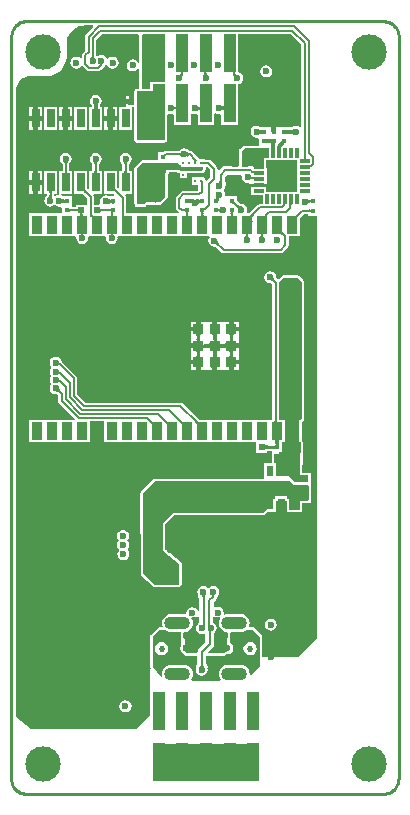
<source format=gbl>
%FSTAX23Y23*%
%MOIN*%
%SFA1B1*%

%IPPOS*%
%ADD13C,0.010000*%
%ADD64C,0.006690*%
%ADD83R,0.022050X0.020470*%
%ADD84R,0.020470X0.022050*%
%ADD86R,0.017720X0.017720*%
%ADD88C,0.011810*%
%ADD89C,0.006300*%
%ADD90C,0.020470*%
%ADD91O,0.086610X0.043310*%
%ADD92C,0.118110*%
%ADD93C,0.035430*%
%ADD94C,0.023620*%
%ADD95C,0.039370*%
%ADD97R,0.040160X0.129920*%
%ADD98R,0.023620X0.035430*%
%ADD99R,0.025590X0.060040*%
%ADD100R,0.104330X0.104330*%
%ADD101R,0.011810X0.033470*%
%ADD102R,0.033470X0.011810*%
%ADD103R,0.010830X0.009840*%
%ADD104R,0.009840X0.010830*%
%ADD105R,0.035430X0.059060*%
%ADD106R,0.035430X0.035430*%
%LNnas-craftsman_nixie_v1-1*%
%LPD*%
G36*
X16577Y02524D02*
X16577Y02523D01*
X16577Y02522*
X16577Y02521*
X16578Y0252*
X16578Y02519*
X16579Y02518*
X1658Y02517*
X16581Y02516*
X16581Y02515*
X16565*
X16566Y02516*
X16567Y02517*
X16567Y02518*
X16568Y02519*
X16569Y0252*
X16569Y02521*
X16569Y02522*
X1657Y02523*
X1657Y02524*
X1657Y02525*
X16577*
X16577Y02524*
G37*
G36*
X16878Y02469D02*
X16877Y02469D01*
X16877Y02469*
X16877Y02468*
X16876Y02468*
X16876Y02467*
X16876Y02466*
X16876Y02465*
X16875Y02464*
X16875Y02463*
X16872*
X16874Y0246*
X16874Y0246*
X16873Y02459*
X16873Y02458*
X16872Y02458*
X16872Y02457*
X16872Y02456*
X16872Y02456*
X16872Y02455*
X16872Y02454*
X16872Y02454*
X16863Y02462*
X16863Y02462*
X16864Y02462*
X16865Y02462*
X16865Y02462*
X16866Y02462*
X16867Y02463*
X16867Y02463*
X16868Y02464*
X16869Y02464*
X16869Y02465*
X16868Y02466*
X16868Y02467*
X16868Y02468*
X16868Y02468*
X16867Y02469*
X16867Y02469*
X16866Y02469*
X16866Y02469*
X16879*
X16878Y02469*
G37*
G36*
X16955D02*
X16954Y02469D01*
X16954Y02469*
X16953Y02468*
X16953Y02468*
X16953Y02467*
X16952Y02466*
X16953Y02466*
X16953Y02465*
X16953Y02464*
X16954Y02464*
X16955Y02463*
X16956Y02462*
X16957Y02462*
X16958Y02461*
X16942Y02456*
X16943Y02457*
X16944Y02461*
X16944Y02462*
X16945Y02464*
X16945Y02465*
X16945Y02466*
X16945Y02467*
X16945Y02468*
X16944Y02468*
X16944Y02469*
X16943Y02469*
X16943Y02469*
X16942Y02469*
X16955*
X16955Y02469*
G37*
G36*
X1705Y02469D02*
X17049Y02469D01*
X17049Y02469*
X17048Y02469*
X17048Y02468*
X17047Y02468*
X17047Y02467*
X17047Y02466*
X17047Y02465*
X17047Y02464*
X17047Y02464*
X17048Y02463*
X17049Y02463*
X1705Y02463*
X17051Y02462*
X17052Y02462*
X17053Y02462*
X17053Y02462*
X17054Y02462*
X17044Y02452*
X17044Y02453*
X17044Y02454*
X17044Y02455*
X17044Y02456*
X17044Y02457*
X17043Y02457*
X17043Y02458*
X17042Y02459*
X17042Y0246*
X17041Y02461*
X17043Y02463*
X1704*
X1704Y02464*
X1704Y02465*
X1704Y02466*
X1704Y02467*
X17039Y02468*
X17039Y02468*
X17039Y02469*
X17038Y02469*
X17038Y02469*
X17037Y02469*
X1705Y02469*
G37*
G36*
X16813Y02493D02*
X16813Y02493D01*
X16813Y02493*
Y02442*
X1681Y02439*
X16765*
Y02415*
X16737*
Y02594*
X16741Y02598*
X16813*
Y02493*
G37*
G36*
X17004Y02358D02*
X17005Y02357D01*
X17006Y02356*
X17007Y02356*
X17008Y02355*
X17008Y02355*
X17009Y02355*
X17009Y02356*
X17009Y02356*
X1701Y02357*
X1701Y02357*
Y02355*
X1701Y02354*
X17011Y02354*
X17012Y02354*
X17013Y02354*
Y02347*
X17012Y02347*
X17011Y02347*
X1701Y02347*
X1701Y02347*
Y02344*
X1701Y02345*
X17009Y02345*
X17009Y02346*
X17009Y02346*
X17008Y02346*
X17008Y02346*
X17007Y02345*
X17006Y02345*
X17005Y02344*
X17004Y02343*
X17003Y02342*
Y02347*
X17003Y02347*
Y02354*
X17003*
Y02359*
X17004Y02358*
G37*
G36*
X16923D02*
X16924Y02357D01*
X16925Y02356*
X16926Y02356*
X16927Y02355*
X16928Y02355*
X16928Y02354*
X16928Y02354*
X16929Y02355*
X1693Y02355*
X1693Y02356*
X16931Y02356*
X16931Y02357*
X16931Y02357*
Y02354*
X16932Y02354*
Y02347*
X16931Y02347*
Y02344*
X16931Y02345*
X16931Y02345*
X1693Y02346*
X1693Y02346*
X16929Y02346*
X16928Y02347*
X16928Y02347*
X16928Y02346*
X16927Y02346*
X16926Y02345*
X16925Y02345*
X16924Y02344*
X16923Y02343*
X16922Y02342*
Y02359*
X16923Y02358*
G37*
G36*
X16842D02*
X16843Y02357D01*
X16844Y02356*
X16845Y02356*
X16846Y02355*
X16847Y02355*
X16848Y02354*
X16849Y02354*
X1685Y02354*
X1685Y02355*
X16851Y02355*
X16852Y02356*
X16852Y02356*
X16852Y02357*
X16852Y02357*
Y02344*
X16852Y02345*
X16852Y02345*
X16852Y02346*
X16851Y02346*
X1685Y02346*
X1685Y02347*
X16849Y02347*
X16848Y02347*
X16847Y02346*
X16846Y02346*
X16845Y02345*
X16844Y02345*
X16843Y02344*
X16842Y02343*
X16841Y02342*
Y02359*
X16842Y02358*
G37*
G36*
X16576Y02621D02*
X16552Y02597D01*
X16549Y02594*
X16548Y02589*
Y02541*
X16541Y02534*
X16539Y0253*
X16538Y02526*
Y02518*
X16535Y02517*
X16533Y02516*
X16527Y0252*
X16519Y02522*
X16511Y0252*
X16505Y02516*
X16501Y02509*
X16499Y02502*
X16501Y02494*
X16505Y02488*
X16511Y02483*
X16519Y02482*
X16527Y02483*
X16533Y02488*
X16535Y0249*
X16541*
X16541Y0249*
X16554Y02477*
X16558Y02474*
X16562Y02473*
X16592*
X16596Y02474*
X166Y02477*
X1661Y02487*
X16613Y0249*
X16613Y02491*
X16616Y02493*
X16617Y02494*
X16622Y02493*
X16626Y02488*
X16632Y02483*
X1664Y02482*
X16647Y02483*
X16654Y02488*
X16658Y02494*
X1666Y02502*
X16658Y02509*
X16654Y02516*
X16647Y0252*
X1664Y02522*
X16632Y0252*
X16626Y02516*
X16625Y02515*
X1662Y02516*
X16616Y02522*
X1661Y02526*
X16602Y02527*
X16594Y02526*
X1659Y02523*
X16585Y02525*
Y02579*
X16604Y02598*
X16725*
X16726Y02597*
X16729Y02594*
Y02504*
X16724Y02502*
X16721Y02507*
X16715Y02511*
X16707Y02513*
X16699Y02511*
X16693Y02507*
X16688Y02501*
X16687Y02493*
X16688Y02485*
X16693Y02479*
X16699Y02474*
X16707Y02473*
X16715Y02474*
X16721Y02479*
X16724Y02483*
X16729Y02482*
Y02418*
X16726Y02415*
X1672*
X16717Y02414*
X16714Y02413*
X16713Y0241*
X16712Y02407*
Y0239*
X1671*
Y02372*
X16702*
Y02364*
X16683*
Y02355*
X16662*
Y02279*
X16703*
Y02354*
X16712*
Y02287*
Y02243*
X16713Y0224*
X16714Y02237*
X16717Y02236*
X1672Y02235*
X16813*
X16816Y02236*
X16819Y02237*
X16821Y0224*
X16821Y02243*
Y02329*
X16826Y02332*
X16833Y02331*
X16839Y02332*
X16844Y02329*
Y02293*
X169*
Y0233*
X16904Y02333*
X16906Y02332*
X16913Y02331*
X16918Y02331*
X16923Y02328*
Y02293*
X16979*
Y02331*
X16984Y02334*
X16987Y02332*
X16995Y02331*
X16998Y02331*
X17002Y02328*
Y02293*
X17057*
Y02431*
X17064Y02432*
X1707Y02436*
X17075Y02443*
X17076Y0245*
X17075Y02458*
X1707Y02465*
X17064Y02469*
X17057Y0247*
Y02598*
X17235*
X17269Y02564*
Y02289*
X17266Y02288*
X17264Y02287*
X17258Y02291*
X1725Y02292*
X17243Y02291*
X17236Y02287*
X17236Y02286*
X17228*
Y02289*
X17194*
X17194*
X17185*
Y02272*
X17169*
Y02289*
X1716*
X17129*
X17127Y0229*
X1712Y02292*
X17112Y0229*
X17106Y02286*
X17101Y02279*
X171Y02272*
X17101Y02264*
X17106Y02258*
X17112Y02253*
X1712Y02252*
X17123Y02252*
X17127Y02249*
Y02225*
X1708*
X17077Y02225*
X17076Y02224*
X17074Y02223*
X17066Y02215*
X17061*
Y02179*
Y02158*
X17015*
X17009Y02157*
X17004Y02153*
X16994Y02144*
X16989Y02146*
Y02149*
X16988Y02153*
X16986Y02157*
X16967Y02176*
X16963Y02178*
X16959Y02179*
X16949*
Y02181*
X16929*
Y02182*
X16927*
X16927Y02183*
X16924Y02187*
X16907Y02204*
X16903Y02207*
X16899Y02208*
X16895*
X16894Y0221*
X16887Y02215*
X16879Y02216*
X16872Y02215*
X16865Y0221*
X16863Y02208*
X16817*
X16813Y02207*
X16809Y02204*
X16809Y02204*
X16791*
Y02176*
X1674*
X1674*
X16736Y02175*
X16734Y02174*
X16713Y02153*
X16711Y0215*
X16711Y02147*
X16711Y02144*
X16712Y02143*
Y02033*
X16713Y0203*
X16714Y02027*
X16715Y02026*
Y02022*
X16723*
X16723Y02022*
X16744*
X16745Y02022*
X16752*
Y02026*
X16754Y02028*
X16779Y02028*
X16782Y02028*
X16786Y02029*
X16799Y02029*
X16799Y02029*
X16799Y02029*
X16801Y02029*
X16802Y02029*
X16802Y0203*
X16802Y0203*
X16803Y0203*
X16805Y02031*
X16805Y02031*
X16805Y02032*
X16821Y0205*
X16822Y02051*
X16822Y02052*
X16822Y02052*
X16823Y02053*
X16823Y02054*
X16823Y02055*
Y02104*
Y0213*
X16825Y02132*
X16827Y02135*
X16828Y02137*
X16851*
X16853Y02136*
X16856Y02135*
X16863*
Y02116*
X16889*
Y02135*
X16936*
X16937Y02135*
X16941*
X16941Y02135*
X16942*
X16949*
Y02142*
Y02143*
X1695Y02144*
Y02153*
X16952Y02155*
X16954Y02156*
X16966Y02144*
Y0212*
X16954Y02108*
X16949Y0211*
Y02122*
X16923*
Y02122*
X16903*
Y02095*
X16926*
Y02077*
X16923Y02074*
X16876*
X16872Y02073*
X16868Y02071*
X16854Y02057*
X16852Y02053*
X16851Y02049*
Y02018*
X16852Y02014*
X16854Y0201*
X1686Y02005*
X16858Y02*
X16686*
Y02051*
X16685Y02056*
X16682Y02059*
X16681Y02061*
X16683Y02065*
X16703*
Y02141*
X16694*
Y02165*
X16697Y02167*
X16702Y02173*
X16703Y02181*
X16702Y02189*
X16697Y02195*
X16691Y022*
X16683Y02201*
X16675Y022*
X16669Y02195*
X16664Y02189*
X16663Y02181*
X16664Y02173*
X16669Y02167*
X16671Y02165*
Y02141*
X16662*
Y02086*
X16658Y02084*
X16657Y02085*
X16653Y02087*
Y02141*
X16612*
Y02065*
X16641*
X16642Y02065*
X16643*
X16645Y02063*
X16643Y02058*
X16626*
X16625Y02058*
X16617Y0206*
X16609Y02058*
X16603Y02054*
X16598Y02048*
X16597Y0204*
X16598Y02034*
X16595Y02029*
X16578*
Y02055*
X16577Y02059*
X16576Y0206*
X16579Y02065*
X16603*
Y02141*
X16594*
Y02164*
X16598Y02167*
X16602Y02173*
X16604Y02181*
X16602Y02189*
X16598Y02195*
X16591Y022*
X16584Y02201*
X16576Y022*
X1657Y02195*
X16565Y02189*
X16564Y02181*
X16565Y02173*
X1657Y02167*
X16571Y02166*
Y02141*
X16562*
Y02082*
X16558Y0208*
X16553Y02084*
Y02141*
X16512*
Y02065*
X1654*
X16555Y0205*
Y02033*
X16554Y02029*
X16518*
Y02021*
X16503*
Y02058*
X16473*
X16469Y0206*
X16467Y0206*
X16468Y02065*
X16503*
Y02141*
X16495*
Y02166*
X16497Y02167*
X16501Y02173*
X16503Y02181*
X16501Y02189*
X16497Y02195*
X1649Y022*
X16483Y02201*
X16475Y022*
X16469Y02195*
X16464Y02189*
X16463Y02181*
X16464Y02173*
X16469Y02167*
X16473Y02164*
Y02141*
X16462*
Y02066*
X16462Y02065*
X1646Y02061*
X16454Y0206*
X16449Y02057*
X16444Y0206*
Y02065*
X16453*
Y02141*
X16412*
Y02065*
X16421*
Y02059*
X16417Y02056*
X16413Y02049*
X16411Y02042*
X16413Y02034*
X16417Y02027*
X16424Y02023*
X16431Y02021*
X16439Y02023*
X16446Y02027*
X16447*
X16454Y02023*
X16461Y02021*
X16465Y02022*
X1647Y02018*
Y02*
X16362*
Y01925*
X16516*
X16519Y01921*
X16519Y01917*
X1652Y0191*
X16525Y01903*
X16531Y01899*
X16539Y01897*
X16546Y01899*
X16553Y01903*
X16557Y0191*
X16559Y01917*
X16558Y01921*
X16561Y01925*
X16615*
X16618Y01921*
X16617Y01917*
X16619Y0191*
X16623Y01903*
X16629Y01899*
X16637Y01897*
X16645Y01899*
X16651Y01903*
X16656Y0191*
X16657Y01917*
X16656Y01921*
X1666Y01925*
X1696*
X16963Y0192*
X16961Y01917*
X16959Y01909*
X16961Y01901*
X16965Y01895*
X16972Y0189*
X16979Y01889*
X16983Y01889*
X17002Y0187*
X17006Y01867*
X1701Y01867*
X172*
X17204Y01867*
X17208Y0187*
X17223Y01885*
X17226Y01889*
X17227Y01893*
Y01923*
X17229Y01925*
X17263*
Y01984*
X17277Y01997*
X1729*
Y01992*
X17321*
Y01975*
Y00583*
X17259Y00521*
X17139*
Y00589*
X17138Y00592*
X17137Y00595*
X17113Y00618*
X17111Y0062*
X17108Y0062*
X17098*
X17095Y00625*
X17096Y00626*
X17097Y00634*
X17096Y00641*
X17093Y00649*
X17088Y00655*
X17082Y0066*
X17075Y00663*
X17067Y00664*
X17024*
X17016Y00663*
X17014Y00662*
X1701Y00665*
X1701Y00669*
X17009Y00676*
X17004Y00683*
X16998Y00687*
X1699Y00689*
X16983Y00687*
X16981Y00686*
X16977Y00689*
Y00704*
X16984Y00711*
X16987Y00716*
X16988Y0072*
X16989Y00722*
X16989Y00722*
X1699Y00723*
X16994Y0073*
X16996Y00737*
X16994Y00745*
X1699Y00751*
X16983Y00756*
X16976Y00757*
X16968Y00756*
X16962Y00751*
X16961Y00751*
X16956*
X16956Y00751*
X1695Y00756*
X16942Y00757*
X16935Y00756*
X16928Y00751*
X16924Y00745*
X16922Y00737*
X16923Y00731*
X16923Y00729*
X16923Y00727*
X16923Y00727*
X16923Y00727*
X16924Y00725*
X16924Y00723*
X16924Y00722*
X16924Y00722*
X16926Y00721*
X16927Y00719*
X16928Y00718*
X16928Y00718*
X16928Y00718*
Y00676*
X16923Y00675*
X1692Y0068*
X16913Y00684*
X16905Y00686*
X16898Y00684*
X16891Y0068*
X16887Y00673*
X16886Y00667*
X16885Y00666*
X16881Y00663*
X16878Y00664*
X16835*
X16827Y00663*
X1682Y0066*
X16814Y00655*
X16809Y00649*
X16806Y00641*
X16805Y00634*
X16806Y00626*
X16807Y00625*
X16804Y0062*
X16796*
X16793Y0062*
X1679Y00618*
X16768Y00595*
X16766Y00593*
X16765Y0059*
Y00488*
X16765Y00487*
X16766Y00486*
X16766Y00486*
X16766Y00485*
X16766Y00484*
X16767Y00483*
X16768Y00483*
X16764Y00479*
X16764Y00325*
X16719Y0028*
X16368*
X16317Y00322*
X16317Y02318*
X16318Y02318*
Y02411*
X16318Y02415*
X1632Y02424*
X16323Y02432*
X16328Y02439*
X16335Y02446*
X16342Y02451*
X1635Y02454*
X16359Y02456*
X16363Y02456*
X16423*
X16436Y02459*
X16449Y02464*
X16461Y02472*
X16471Y02482*
X16479Y02493*
X16484Y02506*
X16487Y0252*
Y02527*
Y02566*
X16487Y02572*
X16489Y02583*
X16494Y02594*
X165Y02603*
X16508Y02612*
X16518Y02618*
X16529Y02623*
X1654Y02625*
X16546Y02625*
Y02626*
X16574*
X16576Y02621*
G37*
G36*
X17135Y02278D02*
X17136Y02278D01*
X17137Y02278*
X17137Y02266*
X17136Y02266*
X17135Y02266*
Y02264*
X17135Y02264*
X17135Y02265*
X17134Y02265*
X17133Y02265*
X17132Y02266*
X17132Y02266*
X17132Y02266*
X17131Y02265*
X1713Y02265*
X1713Y02265*
X17129Y02264*
X17128Y02264*
X17128Y02266*
X17126Y02266*
X17123Y02266*
Y02278*
X17126Y02278*
X17128Y02278*
X17128Y0228*
X17128Y0228*
X17129Y02279*
X1713Y02279*
X17131Y02279*
X17131Y02279*
X17132Y02279*
X17133Y02279*
X17134Y0228*
X17135Y0228*
X17135Y02281*
X17135Y02281*
Y02278*
G37*
G36*
X17242Y02264D02*
X17241Y02265D01*
X17241Y02265*
X1724Y02265*
X17239Y02266*
X17238Y02266*
X17238Y02266*
X17236Y02266*
X17235Y02266*
X17233Y02266*
Y02278*
X17234Y02278*
X17236Y02278*
X17238Y02279*
X17238Y02279*
X17239Y02279*
X1724Y02279*
X17241Y0228*
X17241Y0228*
X17242Y02281*
Y02264*
G37*
G36*
X1722Y02281D02*
X1722Y0228D01*
X17221Y0228*
X17222Y02279*
X17223Y02279*
X17224Y02279*
X17226Y02279*
X17229Y02278*
X17232Y02278*
Y02266*
X17229Y02266*
X17224Y02266*
X17223Y02266*
X17222Y02265*
X17221Y02265*
X1722Y02265*
X1722Y02264*
X1722Y02264*
Y02281*
X1722Y02281*
G37*
G36*
X17168Y02232D02*
X17186D01*
X17185Y02232*
X17184Y02232*
X17183Y02231*
X17182Y0223*
X17182Y02229*
X17181Y02228*
X17181Y02226*
X1718Y02225*
X1718Y02223*
X1718Y0222*
X17168*
X17168Y02232*
X17168Y02233*
X17168Y02233*
X17167Y02234*
X17166Y02234*
X17165Y02234*
X17164Y02235*
X17162Y02235*
X17161Y02235*
X17157Y02235*
X17155Y02234*
X17154Y02234*
X17154Y02234*
X17153Y02233*
X17153Y02233*
X17153Y02232*
Y0225*
X17153Y02249*
X17153Y02249*
X17154Y02248*
X17154Y02248*
X17155Y02248*
X17157Y02247*
X17158Y02247*
X1716Y02247*
X17164Y02247*
X17165Y02248*
X17166Y02248*
X17167Y02248*
X17168Y02249*
X17168Y02249*
X17168Y0225*
Y02232*
G37*
G36*
X16813Y02353D02*
X16813Y02351D01*
X16813Y02348*
Y02243*
X1672*
Y02287*
Y02354*
X16721*
Y0239*
X1672*
Y02407*
X16813*
Y02353*
G37*
G36*
X16889Y02204D02*
X1689Y02203D01*
X16891Y02202*
X16892Y02201*
X16893Y02201*
X16894Y022*
X16895Y022*
X16896Y022*
X16897Y022*
X16898Y022*
Y02193*
X16897Y02193*
X16896Y02193*
X16895Y02192*
X16894Y02192*
X16893Y02192*
X16892Y02191*
X16891Y0219*
X1689Y0219*
X16889Y02189*
X16888Y02188*
Y02204*
X16889Y02204*
G37*
G36*
X16871Y02188D02*
X1687Y02189D01*
X16869Y0219*
X16868Y0219*
X16867Y02191*
X16866Y02192*
X16865Y02192*
X16864Y02192*
X16863Y02193*
X16862Y02193*
X16861Y02193*
Y022*
X16862Y022*
X16863Y022*
X16864Y022*
X16865Y022*
X16866Y02201*
X16867Y02201*
X16868Y02202*
X16869Y02203*
X1687Y02204*
X16871Y02204*
Y02188*
G37*
G36*
X17284Y02184D02*
X17284Y02183D01*
X17284Y02182*
X17284Y02181*
X17284Y0218*
X17285Y0218*
X17285Y02179*
X17286Y02179*
X17286Y02179*
X17287Y02179*
X17274*
X17274Y02179*
X17275Y02179*
X17275Y02179*
X17276Y0218*
X17276Y0218*
X17276Y02181*
X17277Y02182*
X17277Y02183*
X17277Y02184*
X17277Y02185*
X17284*
X17284Y02184*
G37*
G36*
X16919Y02178D02*
X16919Y02176D01*
X1692Y02176*
X1692Y02175*
X1692Y02174*
X1692Y02174*
X1692Y02174*
X1692Y02174*
X16921Y02174*
X16911*
X16911Y02174*
X16912Y02174*
X16912Y02174*
X16912Y02174*
X16912Y02175*
X16912Y02176*
X16912Y02176*
X16913Y02177*
X16913Y02179*
X16919*
X16919Y02178*
G37*
G36*
X16941Y02172D02*
X16942Y02172D01*
X16942Y02172*
X16942Y02172*
X16943Y02172*
X16944Y02171*
X16945Y02171*
X16947Y02171*
X16948Y02171*
Y02165*
X16947Y02165*
X16944Y02164*
X16943Y02164*
X16942Y02164*
X16942Y02164*
X16942Y02164*
X16941Y02163*
X16941Y02163*
Y02173*
X16941Y02172*
G37*
G36*
X16691Y02173D02*
X1669Y02172D01*
X16689Y02171*
X16689Y0217*
X16688Y02169*
X16687Y02168*
X16687Y02167*
X16687Y02166*
X16686Y02165*
X16686Y02164*
X16686Y02163*
X16679Y02163*
X16679Y02164*
X16679Y02165*
X16679Y02166*
X16679Y02167*
X16678Y02168*
X16678Y02169*
X16677Y0217*
X16676Y02171*
X16676Y02172*
X16675Y02173*
X16691Y02173*
G37*
G36*
X16591Y02172D02*
X1659Y02171D01*
X16589Y0217*
X16589Y02169*
X16588Y02168*
X16587Y02168*
X16587Y02167*
X16587Y02166*
X16586Y02165*
X16586Y02164*
X16586Y02163*
X16579Y02163*
X16579Y02164*
X16579Y02165*
X16579Y02166*
X16579Y02167*
X16578Y02168*
X16578Y02169*
X16577Y0217*
X16577Y02171*
X16576Y02172*
X16575Y02173*
X16591Y02172*
G37*
G36*
X16491Y02172D02*
X1649Y0217D01*
X16489Y02169*
X16488Y02168*
X16488Y02167*
X16488Y02166*
X16488Y02165*
X16487Y02164*
X16487Y02163*
X16481Y02162*
X16481Y02164*
X1648Y02165*
X1648Y02166*
X1648Y02167*
X16479Y02167*
X16479Y02168*
X16478Y02169*
X16477Y0217*
X16476Y02171*
X16475Y02172*
X16492Y02174*
X16491Y02172*
G37*
G36*
X1716Y02202D02*
X1716Y022D01*
X1716Y02199*
Y02184*
X17143*
Y02151*
X17125*
X17124Y02151*
X17112*
X1711Y02153*
X17105Y02157*
X171Y02158*
X17075*
X17072Y02161*
Y02209*
X1708Y02217*
X1716*
Y02202*
G37*
G36*
X16863Y02161D02*
Y02155D01*
X16869*
X16871Y02153*
X16942*
Y02144*
X16941Y02143*
X16856*
Y02145*
X16828*
X16827Y02146*
X16827Y02145*
X16819*
Y02138*
X16815Y02134*
Y02104*
Y02055*
X16799Y02037*
X1675Y02036*
X16744Y0203*
X16723*
X1672Y02033*
Y02146*
X16719Y02147*
X1674Y02168*
X16856*
X16863Y02161*
G37*
G36*
X16686Y02139D02*
X16686Y02137D01*
X16686Y02136*
X16687Y02136*
X16687Y02135*
X16687Y02134*
X16688Y02134*
X16688Y02133*
X16689Y02133*
X1669Y02133*
X16676*
X16677Y02133*
X16677Y02133*
X16678Y02134*
X16678Y02134*
X16679Y02135*
X16679Y02136*
X16679Y02136*
X16679Y02137*
X16679Y02139*
X16679Y0214*
X16686*
X16686Y02139*
G37*
G36*
X16586D02*
X16586Y02137D01*
X16586Y02136*
X16587Y02136*
X16587Y02135*
X16587Y02134*
X16588Y02134*
X16588Y02133*
X16589Y02133*
X1659Y02133*
X16576*
X16577Y02133*
X16577Y02133*
X16578Y02134*
X16578Y02134*
X16579Y02135*
X16579Y02136*
X16579Y02136*
X16579Y02137*
X16579Y02139*
X16579Y0214*
X16586*
X16586Y02139*
G37*
G36*
X16487D02*
X16487Y02137D01*
X16488Y02136*
X16488Y02136*
X16488Y02135*
X16489Y02134*
X16489Y02134*
X16489Y02133*
X1649Y02133*
X16491Y02133*
X16477*
X16478Y02133*
X16478Y02133*
X16479Y02134*
X16479Y02134*
X1648Y02135*
X1648Y02136*
X1648Y02136*
X1648Y02137*
X16481Y02139*
X16481Y0214*
X16487*
X16487Y02139*
G37*
G36*
X16488Y02108D02*
X1648D01*
X1648Y02108*
X16481Y02109*
X16481Y0211*
X16481Y02118*
X16487*
X16488Y02108*
G37*
G36*
X16941Y02104D02*
X16941Y02104D01*
X16941Y02103*
X16941Y02103*
X16941Y02102*
X16941Y021*
X16941Y02097*
X16934*
X16934Y02099*
X16934Y021*
X16934Y02101*
X16934Y02102*
X16933Y02102*
X16933Y02103*
X16933Y02103*
X16932Y02104*
X16931Y02104*
X16931Y02104*
X16941*
X16941Y02104*
G37*
G36*
X17003Y02109D02*
X17003Y02108D01*
X17003Y02107*
X17003Y02106*
X17004Y02104*
X17004Y02103*
X17006Y02099*
X17006Y02097*
X16991Y02103*
X16992Y02104*
X16993Y02105*
X16994Y02105*
X16995Y02106*
X16995Y02107*
X16996Y02107*
X16996Y02108*
X16997Y02109*
X16997Y0211*
X16997Y02111*
X17003Y02109*
G37*
G36*
X17256Y02159D02*
Y0212D01*
Y02071*
X17151*
Y02088*
X17102*
Y02061*
X1714*
Y02032*
X17132*
X17128Y02031*
X17124Y02028*
X17096Y02*
X17091*
X17088Y02005*
X17089Y02011*
X17088Y02019*
X17083Y02025*
X17077Y0203*
X17069Y02031*
X17067Y02031*
X17054Y02044*
X17053Y02044*
Y02058*
X1702*
X17017Y02058*
X17015Y0206*
X17014Y02068*
X1701Y02074*
Y02078*
X17014Y02085*
X17015Y02088*
X17015Y02089*
X17015*
X17016Y0209*
X17017Y02092*
X17018Y02095*
X17018Y02097*
Y02097*
X17018Y02099*
X17017Y02102*
X17017*
Y02102*
X17017Y02103*
X17016Y02106*
X17016Y02107*
X17015Y02108*
Y02122*
X17021Y02127*
X17068*
X17071Y02123*
X17071Y02121*
X17072Y02113*
X17076Y02107*
X17083Y02102*
X17091Y02101*
X17093Y02101*
X17098Y02098*
Y02096*
X17155*
Y02116*
Y02151*
X17151*
Y02176*
X1716*
X17161Y02176*
X17256*
Y02159*
G37*
G36*
X16545Y02085D02*
X16545Y02084D01*
X16545Y02083*
X16545Y02082*
X16546Y02081*
X16546Y0208*
X16547Y02079*
X16548Y02078*
X16549Y02077*
X1655Y02076*
X16548Y02069*
X16546Y0207*
X16544Y02072*
X16543Y02073*
X16542Y02074*
X16541Y02074*
X1654Y02074*
X16539Y02074*
X16539Y02074*
X16538Y02073*
X16545Y02085*
X16545Y02085*
G37*
G36*
X16439Y02074D02*
X16438Y02073D01*
X16438Y02073*
X16437Y02072*
X16437Y02072*
X16437Y02071*
X16436Y0207*
X16436Y02069*
X16436Y02068*
X16436Y02067*
X16429*
X16429Y02068*
X16429Y02069*
X16429Y0207*
X16429Y02071*
X16429Y02072*
X16428Y02072*
X16428Y02073*
X16427Y02073*
X16427Y02074*
X16426Y02074*
X1644*
X16439Y02074*
G37*
G36*
X16993Y02055D02*
X16993Y02051D01*
X16998Y02048*
X16997Y02048*
X16996Y02048*
X16995Y02047*
X16995Y02047*
X16994Y02046*
X16994Y02045*
X16993Y02044*
X16993Y02043*
X16993Y02042*
X16993Y02041*
X16986Y02046*
X16986Y02047*
X16986Y02049*
X16986Y0205*
X16983Y0205*
X16983Y0205*
X16984Y0205*
X16984Y0205*
X16985Y02051*
X16985Y02051*
X16985Y02052*
X16985Y02053*
X16984Y02055*
X16984Y02056*
X16986Y02055*
X16986Y02056*
X16993*
X16993Y02055*
G37*
G36*
X16436Y02059D02*
X16436Y02058D01*
X16436Y02057*
X16437Y02056*
X16437Y02055*
X16437Y02054*
X16438Y02053*
X16438Y02052*
X16439Y02051*
X16441Y02049*
X16424Y02051*
X16425Y02052*
X16426Y02053*
X16427Y02053*
X16428Y02054*
X16428Y02055*
X16429Y02056*
X16429Y02057*
X16429Y02058*
X16429Y02059*
X16429Y0206*
X16436Y02059*
G37*
G36*
X16478Y02046D02*
X16478Y02046D01*
X16479Y02046*
X16479Y02036*
X16478Y02036*
Y02032*
X16478Y02033*
X16478Y02034*
X16477Y02034*
X16476Y02035*
X16475Y02035*
X16474Y02035*
X16474Y02035*
X16473Y02035*
X16473Y02035*
X16472Y02034*
X16471Y02034*
X1647Y02033*
X16469Y02033*
X1647Y02036*
X16468Y02036*
Y02046*
X1647Y02046*
X1647Y02046*
X1647Y02049*
X16471Y02049*
X16472Y02048*
X16472Y02048*
X16473Y02047*
X16474Y02047*
X16475Y02047*
X16475Y02047*
X16476Y02047*
X16477Y02048*
X16478Y02048*
X16478Y02049*
X16478Y0205*
Y02046*
G37*
G36*
X16631Y02045D02*
X16631Y02045D01*
X16632Y02045*
X16634Y02045*
X16635Y02045*
Y02035*
X16634Y02035*
X16632Y02035*
X16631Y02035*
X16631Y02035*
Y02032*
X16631Y02033*
X16631Y02033*
X1663Y02034*
X1663Y02034*
X16629Y02034*
X16628Y02034*
X16628Y02033*
X16627Y02033*
X16626Y02032*
X16625Y02032*
Y02035*
X16623Y02035*
X16621Y02035*
Y02045*
X16623Y02045*
X16625Y02045*
X16625Y02045*
Y02048*
X16626Y02047*
X16627Y02047*
X16628Y02046*
X16628Y02046*
X16628Y02046*
X16629Y02046*
X1663Y02047*
X1663Y02047*
X16631Y02048*
X16631Y02049*
X16631Y0205*
Y02045*
G37*
G36*
X16929Y0204D02*
X16932Y02036D01*
X16931Y02036*
X1693Y02036*
X16929Y02036*
Y02032*
X16929Y02033*
X16929Y02034*
X16928Y02034*
X16928Y02035*
X16927Y02035*
X16927Y02035*
X16926Y02034*
X16926Y02033*
X16925Y02033*
X16925Y02032*
X16923Y02036*
X16921Y02036*
X16919Y02036*
Y02042*
X16917Y02046*
X16917Y02046*
X16918Y02046*
X16919Y02046*
X16921Y02046*
X16924Y02046*
X16926Y02047*
X16927Y02047*
X16928Y02047*
X16928Y02048*
X16929Y02048*
X16929Y02049*
X16929Y0205*
Y0204*
G37*
G36*
X1729Y02047D02*
X17292Y02046D01*
X17293Y02045*
X17294Y02045*
X17295Y02044*
X17296Y02044*
X17296Y02044*
X17296Y02044*
X17297Y02045*
X17298Y02045*
X17298Y02046*
X17298Y02046*
X17298Y02047*
Y02044*
X17299Y02044*
X173Y02037*
X17299Y02037*
X17298Y02037*
Y02034*
X17298Y02034*
X17298Y02035*
X17298Y02035*
X17297Y02036*
X17296Y02036*
X17296Y02036*
X17296Y02036*
X17295Y02036*
X17294Y02035*
X17293Y02034*
X17292Y02034*
X17291Y02033*
X1729Y02032*
X17289Y02048*
X1729Y02047*
G37*
G36*
X16896Y02049D02*
X16897Y02048D01*
X16897Y02048*
X16898Y02047*
X16899Y02047*
X169Y02047*
X16901Y02046*
X16903Y02046*
X16904Y02046*
X1691Y02046*
X16906Y0204*
Y02036*
X16904Y02036*
X16904Y02036*
X16902Y02032*
X16902Y02033*
X16901Y02034*
X16901Y02034*
X169Y02035*
X169Y02035*
X16899Y02035*
X16899Y02035*
X16898Y02035*
X16897Y02034*
X16897Y02034*
X16896Y02033*
X16896Y02032*
Y02036*
X16896Y02036*
X16895Y02036*
X16896Y02038*
Y0205*
X16896Y02049*
G37*
G36*
X17238Y0203D02*
X17238Y0203D01*
X17237Y0203*
X17237Y02029*
X17236Y02029*
X17236Y02028*
X17236Y02027*
X17236Y02026*
X17236Y02025*
X17236Y02024*
X17229*
X17229Y02025*
X17229Y02028*
X17228Y02029*
X17228Y02029*
X17228Y0203*
X17228Y0203*
X17228Y0203*
X17227Y0203*
X17239*
X17238Y0203*
G37*
G36*
X16997Y02013D02*
X16997Y02013D01*
X16999Y02013*
X17Y02013*
Y02006*
X16999Y02006*
X16998Y02006*
X16998Y02003*
X16997Y02004*
X16997Y02004*
X16996Y02005*
X16995Y02005*
X16995Y02005*
X16994Y02005*
X16994Y02005*
X16993Y02004*
X16993Y02003*
X16993Y02003*
Y02006*
X16993Y02006*
X16992Y02006*
X1699Y02006*
X16989Y02006*
Y02013*
X1699Y02013*
X16991Y02013*
X16992Y02013*
X16993Y02013*
X16993Y02014*
Y02016*
X16993Y02016*
X16993Y02015*
X16994Y02014*
X16994Y02014*
X16994Y02014*
X16995Y02015*
X16995Y02015*
X16996Y02016*
X16996Y02016*
X16997Y02013*
G37*
G36*
X1706Y02026D02*
X17061Y02026D01*
X17062Y02025*
X17063Y02025*
X17064Y02024*
X17065Y02024*
X17066Y02023*
X17067Y02023*
X17069Y02023*
X1707Y02023*
X17058Y02012*
X17058Y02013*
X17058Y02015*
X17057Y02016*
X17057Y02017*
X17057Y02018*
X17057Y02019*
X17056Y0202*
X17056Y02021*
X17055Y02022*
X17054Y02022*
X17059Y02027*
X1706Y02026*
G37*
G36*
X16879Y02004D02*
X16879Y02005D01*
X16879Y02005*
X16878Y02006*
X16878Y02006*
X16877Y02007*
X16877Y02007*
X16876Y02007*
X16875Y02007*
X16873Y02007*
X16872Y02007*
Y02014*
X16873Y02014*
X16875Y02014*
X16876Y02014*
X16877Y02015*
X16877Y02015*
X16878Y02015*
X16878Y02016*
X16879Y02016*
X16879Y02017*
X16879Y02017*
Y02004*
G37*
G36*
X16631Y02003D02*
X16631Y02004D01*
X16631Y02004*
X16631Y02005*
X1663Y02005*
X1663Y02006*
X16629Y02006*
X16628Y02006*
X16627Y02006*
X16626Y02007*
X16625Y02007*
Y02013*
X16626Y02013*
X16627Y02013*
X16628Y02014*
X16629Y02014*
X1663Y02014*
X1663Y02014*
X16631Y02015*
X16631Y02015*
X16631Y02016*
X16631Y02017*
Y02003*
G37*
G36*
X16598Y02016D02*
X16598Y02015D01*
X16599Y02015*
X16599Y02014*
X166Y02014*
X166Y02014*
X16601Y02014*
X16602Y02013*
X16603Y02013*
X16605Y02013*
Y02007*
X16603Y02007*
X16602Y02006*
X16601Y02006*
X166Y02006*
X166Y02006*
X16599Y02005*
X16599Y02005*
X16598Y02004*
X16598Y02004*
X16598Y02003*
Y02017*
X16598Y02016*
G37*
G36*
X16495Y02016D02*
X16496Y02015D01*
X16496Y02014*
X16496Y02014*
X16497Y02014*
X16498Y02013*
X16499Y02013*
X165Y02013*
X16501Y02013*
X16502Y02013*
Y02006*
X16501Y02006*
X165Y02006*
X16499Y02006*
X16498Y02006*
X16497Y02005*
X16496Y02005*
X16496Y02005*
X16496Y02004*
X16495Y02003*
X16495Y02003*
Y02016*
X16495Y02016*
G37*
G36*
X17298Y02002D02*
X17298Y02003D01*
X17298Y02003*
X17298Y02004*
X17297Y02004*
X17296Y02005*
X17296Y02005*
X17295Y02005*
X17294Y02005*
X17293Y02005*
X17291Y02005*
Y02012*
X17293Y02012*
X17294Y02012*
X17295Y02012*
X17296Y02013*
X17296Y02013*
X17297Y02013*
X17298Y02014*
X17298Y02014*
X17298Y02015*
X17298Y02015*
Y02002*
G37*
G36*
X17043Y02001D02*
X17042Y02D01*
X17042Y02*
X17041Y02*
X17041Y01999*
X17041Y01998*
X1704Y01997*
X1704Y01996*
X1704Y01995*
X1704Y01994*
X17033*
X17033Y01995*
X17033Y01996*
X17033Y01997*
X17033Y01998*
X17033Y01999*
X17032Y02*
X17032Y02*
X17031Y02*
X17031Y02001*
X1703Y02001*
X17043*
X17043Y02001*
G37*
G36*
X16944D02*
X16944Y02D01*
X16943Y02*
X16943Y02*
X16942Y01999*
X16942Y01998*
X16942Y01997*
X16942Y01996*
X16942Y01996*
X16942Y01996*
X16942Y01995*
X16942Y01994*
X16942Y01993*
X16943Y01993*
X16943Y01992*
X16944Y01992*
X16944Y01992*
X16945Y01992*
X16931*
X16932Y01992*
X16933Y01992*
X16933Y01992*
X16934Y01993*
X16934Y01993*
X16934Y01994*
X16934Y01995*
X16935Y01996*
X16935Y01996*
X16935Y01996*
X16934Y01997*
X16934Y01998*
X16934Y01999*
X16934Y02*
X16933Y02*
X16933Y02*
X16932Y02001*
X16931Y02001*
X16945*
X16944Y02001*
G37*
G36*
X16894D02*
X16893Y02D01*
X16893Y02*
X16892Y02*
X16892Y01999*
X16891Y01998*
X16891Y01997*
X16891Y01996*
X16891Y01996*
X16891Y01996*
X16891Y01995*
X16891Y01994*
X16892Y01993*
X16892Y01993*
X16893Y01992*
X16893Y01992*
X16894Y01992*
X16894Y01992*
X16881*
X16882Y01992*
X16882Y01992*
X16883Y01992*
X16883Y01993*
X16883Y01993*
X16884Y01994*
X16884Y01995*
X16884Y01996*
X16884Y01996*
X16884Y01996*
X16884Y01997*
X16884Y01998*
X16883Y01999*
X16883Y02*
X16883Y02*
X16882Y02*
X16882Y02001*
X16881Y02001*
X16894*
X16894Y02001*
G37*
G36*
X16677Y01997D02*
X16678Y01996D01*
X16678Y01995*
X16678Y01994*
X16678Y01993*
X16679Y01993*
X16679Y01992*
X1668Y01992*
X1668Y01992*
X16681Y01992*
X1667Y01992*
X1667Y01992*
X1667Y01992*
X1667Y01992*
X1667Y01993*
X1667Y01993*
X16671Y01994*
X16671Y01996*
X16671Y01998*
X16677*
X16677Y01997*
G37*
G36*
X16644Y02001D02*
X16643Y02001D01*
X16643Y02*
X16642Y02*
X16642Y01999*
X16642Y01998*
X16642Y01998*
X16641Y01997*
X16641Y01996*
X16641Y01996*
X16642Y01995*
X16642Y01994*
X16642Y01993*
X16642Y01993*
X16643Y01992*
X16643Y01992*
X16644Y01992*
X16645Y01992*
X16631*
X16632Y01992*
X16632Y01992*
X16633Y01992*
X16633Y01993*
X16634Y01993*
X16634Y01994*
X16634Y01995*
X16634Y01996*
X16634Y01996*
X16634Y01997*
X16634Y01998*
X16634Y01998*
X16634Y01999*
X16633Y02*
X16633Y02*
X16632Y02001*
X16632Y02001*
X16631Y02001*
X16645*
X16644Y02001*
G37*
G36*
X16542Y01999D02*
X16542Y01999D01*
X16541Y01999*
X16541Y01998*
X1654Y01997*
X1654Y01997*
X1654Y01996*
X1654Y01995*
X1654Y01995*
X1654Y01994*
X1654Y01993*
X16541Y01993*
X16541Y01992*
X16542Y01992*
X16542Y01992*
X16543Y01992*
X1653*
X1653Y01992*
X16531Y01992*
X16531Y01992*
X16532Y01993*
X16532Y01993*
X16532Y01994*
X16533Y01995*
X16533Y01995*
X16533Y01996*
X16532Y01997*
X16532Y01997*
X16532Y01998*
X16531Y01999*
X16531Y01999*
X1653Y01999*
X1653Y01999*
X16543*
X16542Y01999*
G37*
G36*
X1726Y01992D02*
X17258Y0199D01*
X17256Y01988*
X17255Y01987*
X17255Y01986*
X17255Y01985*
X17254Y01984*
Y01983*
X17255Y01983*
X17255Y01982*
X17245Y01992*
X17246Y01991*
X17247Y01991*
X17247*
X17248Y01991*
X17249Y01992*
X1725Y01992*
X17251Y01993*
X17252Y01994*
X17255Y01996*
X1726Y01992*
G37*
G36*
X1711Y01993D02*
X17108Y01991D01*
X17106Y01989*
X17105Y01988*
X17105Y01987*
X17104Y01986*
X17104Y01985*
X17104Y01984*
X17104Y01984*
X17105Y01983*
X17094Y01992*
X17095Y01991*
X17096Y01991*
X17096Y01991*
X17097Y01991*
X17098Y01992*
X17099Y01992*
X171Y01993*
X17101Y01994*
X17104Y01996*
X1711Y01993*
G37*
G36*
X1657Y01995D02*
X16575Y01992D01*
X16575Y01992*
X16575Y01992*
X16575Y01992*
X1657Y01985*
X1657Y01986*
X1657Y01986*
X1657Y01986*
X16569Y01987*
X16569Y01987*
X16568Y01989*
X16565Y01991*
X16569Y01996*
X1657Y01995*
G37*
G36*
X17091Y01959D02*
X17091Y01958D01*
X17091Y01957*
X17091Y01949*
X17084*
X17084Y01959*
X17091*
X17091Y01959*
G37*
G36*
X16541Y01932D02*
X16541Y01929D01*
X16541Y01929*
X16541Y01929*
X16534Y01928*
X16534Y01928*
X16534Y01929*
X16534Y01929*
X16534Y01929*
X16534Y01932*
X16541*
X16541Y01932*
G37*
G36*
X17205Y01942D02*
X17204Y01941D01*
Y01941*
X17205Y0194*
X17205Y01939*
X17205Y01938*
X17206Y01937*
X17207Y01936*
X1721Y01933*
X17205Y01928*
X17204Y01929*
X17201Y01932*
X172Y01932*
X17199Y01933*
X17198Y01933*
X17197Y01933*
X17197*
X17196Y01933*
X17195Y01933*
X17205Y01942*
X17205Y01942*
G37*
G36*
X16641Y01936D02*
X16641Y01935D01*
X16641Y01934*
X16642Y01933*
X16645*
X16644Y01933*
X16643Y01933*
X16643Y01932*
X16642Y01932*
X16642Y01931*
X16642Y01931*
X16642Y0193*
X16643Y01929*
X16644Y01928*
X16644Y01927*
X16645Y01926*
X16646Y01925*
X16629Y01926*
X1663Y01927*
X16631Y01928*
X16632Y01929*
X16633Y0193*
X16633Y01931*
X16634Y01932*
X16633Y01932*
X16633Y01932*
X16632Y01933*
X16632Y01933*
X16631Y01933*
X16634*
X16634Y01934*
X16635Y01935*
X16635Y01936*
X16641Y01936*
G37*
G36*
X17093Y01933D02*
X17093Y01933D01*
X17092Y01932*
X17092Y01932*
X17091Y01931*
X17091Y01931*
X17091Y0193*
X17091Y01929*
X17091Y01928*
X17091Y01928*
X17091Y01927*
X17091Y01926*
X17092Y01925*
X17092Y01923*
X17093Y01922*
X17094Y01921*
X17095Y0192*
X17095Y01919*
X17079Y0192*
X1708Y01921*
X17081Y01922*
X17081Y01923*
X17082Y01924*
X17083Y01925*
X17083Y01926*
X17084Y01927*
X17084Y01928*
X17084Y01928*
X17084Y01929*
X17084Y0193*
X17083Y01931*
X17083Y01931*
X17083Y01932*
X17082Y01932*
X17082Y01933*
X17081Y01933*
X17081Y01933*
X17094*
X17093Y01933*
G37*
G36*
X17143D02*
X17143Y01933D01*
X17142Y01932*
X17142Y01932*
X17141Y01931*
X17141Y01931*
X17141Y0193*
X17141Y01929*
X17141Y01928*
X17141Y01928*
X17141Y01927*
X17141Y01925*
X17142Y01924*
X17142Y01923*
X17143Y01922*
X17144Y01921*
X17145Y0192*
X17145Y01919*
X17129Y0192*
X1713Y01921*
X17131Y01922*
X17131Y01923*
X17132Y01924*
X17133Y01925*
X17133Y01926*
X17134Y01927*
X17134Y01928*
X17134Y01928*
X17134Y01929*
X17134Y0193*
X17133Y01931*
X17133Y01931*
X17133Y01932*
X17132Y01932*
X17132Y01933*
X17131Y01933*
X17131Y01933*
X17144*
X17143Y01933*
G37*
G36*
X16991Y01907D02*
X16991Y01906D01*
X16991Y01905*
X16992Y01904*
X16992Y01903*
X16992Y01902*
X16993Y01901*
X16993Y019*
X16994Y01899*
X16995Y01898*
X1699Y01893*
X16989Y01894*
X16988Y01895*
X16987Y01895*
X16987Y01896*
X16985Y01896*
X16984Y01897*
X16983Y01897*
X16982Y01897*
X16981Y01897*
X16979Y01897*
X16991Y01909*
X16991Y01907*
G37*
G36*
X16977Y00726D02*
X16977Y00726D01*
X16977Y00725*
X16977Y00725*
X16977Y00725*
X16977Y00725*
X16977Y00724*
X16977Y00724*
X16976Y00723*
X16976Y00722*
X1697*
X1697Y00723*
X1697Y00726*
X1697Y00727*
X1697Y00727*
X1697Y00727*
X16969Y00727*
X16977Y00726*
G37*
G36*
X1695Y00729D02*
X16949Y00726D01*
X16948Y00725*
X16948Y00724*
X16947Y00723*
X16947Y00722*
X16947Y00721*
X16947Y0072*
X16947Y00719*
X1694Y00719*
X1694Y0072*
X1694Y00721*
X1694Y00722*
X16939Y00723*
X16939Y00724*
X16938Y00724*
X16938Y00725*
X16937Y00726*
X16936Y00727*
X16935Y00728*
X16951Y0073*
X1695Y00729*
G37*
G36*
X16999Y0065D02*
X16998Y00649D01*
X16995Y00641*
X16994Y00634*
X16995Y00626*
X16998Y00619*
X17003Y00613*
X17009Y00608*
X17016Y00605*
X1702Y00604*
X17024Y006*
Y00587*
X17021Y00584*
Y00543*
X17021Y00543*
X17021Y00542*
X17018Y00538*
X17017Y00538*
X17016Y00538*
X17016Y00538*
X17015Y00537*
X17014Y00537*
X17014Y00536*
X1701Y00533*
X16961*
X16959Y00537*
X16974Y00552*
X16977Y00557*
X16978Y00563*
Y00602*
X16981Y00604*
X16986Y0061*
X16987Y00618*
X16986Y00625*
X16981Y00632*
X16977Y00635*
Y00655*
X16997*
X16999Y0065*
G37*
G36*
X16928Y00636D02*
X16923Y00632D01*
X16918Y00625*
X16917Y00618*
X16918Y0061*
X16923Y00604*
X16929Y00599*
X16937Y00598*
X16943Y00599*
X16948Y00596*
Y00569*
X16926Y00547*
X16923Y00542*
X16922Y00537*
Y00533*
X16887*
X1688Y00539*
Y0058*
X16876Y00584*
Y00602*
X16878Y00604*
X16886Y00605*
X16893Y00608*
X16899Y00613*
X16904Y00619*
X16907Y00626*
X16908Y00634*
X16907Y00641*
X16904Y00649*
X16902Y0065*
X16905Y00655*
X16928*
Y00636*
G37*
G36*
X1694Y00496D02*
X1694Y00495D01*
X16941Y00494*
X16941Y00493*
X16941Y00492*
X16942Y00491*
X16943Y0049*
X16943Y00489*
X16944Y00488*
X16945Y00487*
X16929*
X1693Y00488*
X1693Y00489*
X16931Y0049*
X16932Y00491*
X16932Y00492*
X16933Y00493*
X16933Y00494*
X16934Y00495*
X16934Y00496*
X16934Y00497*
X1694*
X1694Y00496*
G37*
G36*
X16814Y00612D02*
X1682Y00608D01*
X16827Y00605*
X16835Y00604*
X16868*
Y00558*
X16868Y00558*
X16866Y0055*
X16868Y00542*
X16868Y00542*
Y0054*
X16871Y00537*
X16872Y00536*
X16874Y00535*
X16884Y00525*
X16922*
Y00498*
X16922Y00498*
X16921Y00497*
X16921Y00497*
X16921Y00497*
X1692Y00496*
X16919Y00494*
X16918Y00492*
X16918Y00492*
X16917Y00492*
X16917Y0049*
X16917Y00487*
X16917Y00487*
X16917Y00487*
X16917Y00485*
X16918Y00483*
X16918Y00483*
X16918Y00483*
X16917Y00479*
X16918Y00471*
X16923Y00465*
X16929Y0046*
X16937Y00459*
X16945Y0046*
X16951Y00465*
X16955Y00471*
X16957Y00479*
X16956Y00483*
X16956Y00483*
X16956Y00483*
X16957Y00485*
X16957Y00487*
X16957Y00487*
X16957Y00487*
X16957Y0049*
X16956Y00492*
X16956Y00492*
X16956Y00492*
X16955Y00494*
X16954Y00496*
X16953Y00497*
X16953Y00497*
X16952Y00497*
X16952Y00498*
X16952Y00498*
Y00525*
X17014*
X17019Y00531*
X17022Y0053*
X1703Y00532*
X17037Y00536*
X17041Y00542*
X17042Y0055*
X17041Y00558*
X17037Y00564*
X17032Y00567*
Y006*
X17036Y00604*
X17067*
X17075Y00605*
X17082Y00608*
X17088Y00612*
X17108*
X17131Y00589*
Y00491*
X17101Y00462*
X17097Y00464*
X17097Y00464*
X17096Y00472*
X17093Y00479*
X17088Y00486*
X17082Y0049*
X17075Y00493*
X17067Y00494*
X17024*
X17016Y00493*
X17009Y0049*
X17003Y00486*
X16998Y00479*
X16995Y00472*
X16994Y00464*
X16995Y00457*
X16998Y0045*
X17001Y00446*
X16998Y00441*
X16903*
X16901Y00446*
X16904Y0045*
X16907Y00457*
X16908Y00464*
X16907Y00472*
X16904Y00479*
X16899Y00486*
X16893Y0049*
X16886Y00493*
X16878Y00494*
X16835*
X16827Y00493*
X1682Y0049*
X16814Y00486*
X16809Y00479*
X16806Y00472*
X16805Y00464*
X16806Y00457*
X16806Y00456*
X16802Y00453*
X16773Y00488*
Y0059*
X16796Y00612*
X16814*
G37*
G36*
X17128Y00231D02*
Y00106D01*
X16773*
Y00231*
X17128*
G37*
%LNnas-craftsman_nixie_v1-2*%
%LPC*%
G36*
X17152Y02493D02*
X17144Y02491D01*
X17138Y02487*
X17133Y0248*
X17132Y02473*
X17133Y02465*
X17138Y02459*
X17144Y02454*
X17152Y02453*
X1716Y02454*
X17166Y02459*
X17171Y02465*
X17172Y02473*
X17171Y0248*
X17166Y02487*
X1716Y02491*
X17152Y02493*
G37*
G36*
X16694Y0239D02*
X16683D01*
Y0238*
X16694*
Y0239*
G37*
G36*
X16653Y02355D02*
X16641D01*
Y02325*
X16653*
Y02355*
G37*
G36*
X16503D02*
X16491D01*
Y02325*
X16503*
Y02355*
G37*
G36*
X16403D02*
X16391D01*
Y02325*
X16403*
Y02355*
G37*
G36*
X16625D02*
X16612D01*
Y02325*
X16625*
Y02355*
G37*
G36*
X16475D02*
X16462D01*
Y02325*
X16475*
Y02355*
G37*
G36*
X16375D02*
X16362D01*
Y02325*
X16375*
Y02355*
G37*
G36*
X16653Y02309D02*
X16641D01*
Y02279*
X16653*
Y02309*
G37*
G36*
X16625D02*
X16612D01*
Y02279*
X16625*
Y02309*
G37*
G36*
X16584Y02395D02*
X16576Y02393D01*
X1657Y02389*
X16565Y02382*
X16564Y02375*
X16565Y02367*
X1657Y0236*
X1657Y0236*
Y02355*
X16562*
Y02279*
X16603*
Y02355*
X16599*
X16597Y0236*
X16598Y0236*
X16602Y02367*
X16604Y02375*
X16602Y02382*
X16598Y02389*
X16591Y02393*
X16584Y02395*
G37*
G36*
X16553Y02355D02*
X16512D01*
Y02279*
X16553*
Y02355*
G37*
G36*
X16503Y02309D02*
X16491D01*
Y02279*
X16503*
Y02309*
G37*
G36*
X16475D02*
X16462D01*
Y02279*
X16475*
Y02309*
G37*
G36*
X16453Y02355D02*
X16412D01*
Y02279*
X16453*
Y02355*
G37*
G36*
X16403Y02309D02*
X16391D01*
Y02279*
X16403*
Y02309*
G37*
G36*
X16375D02*
X16362D01*
Y02279*
X16375*
Y02309*
G37*
G36*
X16403Y02141D02*
X16391D01*
Y02111*
X16403*
Y02141*
G37*
G36*
X16375D02*
X16362D01*
Y02111*
X16375*
Y02141*
G37*
G36*
X16403Y02095D02*
X16391D01*
Y02065*
X16403*
Y02095*
G37*
G36*
X16375D02*
X16362D01*
Y02065*
X16375*
Y02095*
G37*
G36*
X1701Y01639D02*
X17006D01*
X17005*
X16988*
Y01632*
X16988Y01632*
X16989Y01631*
X1699Y01631*
X16988*
Y01614*
X16972*
Y01631*
X1697*
X16971Y01631*
X16972Y01632*
X16972Y01632*
Y01639*
X16956*
X16955*
X16951*
X1695*
X16933*
Y01632*
X16933Y01632*
X16934Y01631*
X16935Y01631*
X16933*
Y01614*
X16925*
Y01606*
X169*
Y01589*
Y01588*
Y01584*
Y01583*
Y01567*
X16925*
Y01551*
X169*
Y01534*
Y01533*
Y01529*
Y01528*
Y01512*
X16925*
Y01504*
X16933*
Y01486*
X16935*
X16934Y01486*
X16933Y01486*
X16933Y01486*
Y01478*
X1695*
X16951*
X16955*
X16956*
X16971*
X16971Y0148*
X1697Y01481*
X1697Y01483*
X16969Y01484*
X16969Y01485*
X16968Y01485*
X16968Y01486*
X16967Y01486*
X16966Y01486*
X16972*
Y01504*
X16988*
Y01478*
X17005*
X17006*
X1701*
X17011*
X17027*
Y01486*
X17027Y01486*
X17026Y01486*
X17025Y01486*
X17027*
Y01504*
X17035*
Y01512*
X17061*
Y01528*
Y01529*
Y01533*
Y01534*
Y01551*
X17035*
Y01567*
X17061*
Y01583*
Y01584*
Y01588*
Y01589*
Y01606*
X17035*
Y01614*
X17027*
Y01631*
X17025*
X17026Y01631*
X17027Y01632*
X17027Y01632*
Y01639*
X17011*
X1701*
G37*
G36*
X17043D02*
Y01632D01*
X17044Y01632*
X17044Y01631*
X17045Y01631*
X17043*
Y01622*
X17061*
Y01639*
X17043*
G37*
G36*
X16917D02*
X169D01*
Y01622*
X16917*
Y01631*
X16915*
X16916Y01631*
X16917Y01632*
X16917Y01632*
Y01639*
G37*
G36*
X17061Y01496D02*
X17043D01*
Y01486*
X17045*
X17044Y01486*
X17044Y01486*
X17043Y01486*
Y01478*
X17061*
Y01496*
G37*
G36*
X16917D02*
X169D01*
Y01478*
X16917*
Y01486*
X16917Y01486*
X16916Y01486*
X16915Y01486*
X16917*
Y01496*
G37*
G36*
X17166Y01806D02*
X17158Y01804D01*
X17152Y018*
X17147Y01794*
X17146Y01786*
X17147Y01778*
X17152Y01772*
X17158Y01767*
X17166Y01766*
X17167Y01766*
X17172Y01762*
Y01311*
X16928*
X16873Y01366*
X16869Y01369*
X16864Y01369*
X16548*
X16521Y01396*
Y01451*
X16521Y01455*
X16518Y01459*
X16472Y01505*
X1647Y01507*
X16469Y0151*
X16465Y01516*
X16458Y01521*
X1645Y01522*
X16443Y01521*
X16436Y01516*
X16432Y0151*
X1643Y01502*
X16432Y01494*
X16435Y0149*
X16436Y01487*
X16435Y01483*
X16432Y01479*
X1643Y01471*
X16432Y01463*
X16436Y01458*
X16432Y01452*
X1643Y01444*
X16432Y01436*
X16436Y0143*
X16432Y01424*
X1643Y01416*
X16432Y01409*
X16436Y01402*
X16443Y01398*
X1645Y01396*
X16455Y01397*
X16458Y01393*
Y01374*
X16459Y0137*
X16462Y01366*
X16513Y01315*
X16511Y01311*
X16362*
Y01236*
X16563*
Y01306*
X16612*
Y01236*
X17119*
Y01202*
X17155*
Y01208*
X1717*
Y012*
X1717Y01199*
Y01166*
X17145*
Y01115*
X16782*
X16779Y01115*
X16776Y01113*
X16734Y01071*
X16734Y01071*
X16734*
X16734Y0107*
X16733Y01068*
Y01068*
X16733Y01068*
X16732Y01067*
X16732Y01065*
Y01065*
Y01065*
X16733Y00798*
X16733Y00798*
X16733Y00797*
X16733Y00796*
X16734Y00795*
X16734Y00794*
X16734Y00794*
X16735Y00793*
X16735Y00792*
X16736Y00792*
X16736Y00792*
X16774Y00756*
X16776Y00755*
X16777Y00754*
X16777Y00754*
X16777Y00754*
X16778Y00754*
X1678Y00754*
X16859*
X16862Y00754*
X16864Y00756*
X16868Y0076*
X1687Y00762*
X1687Y00765*
Y00832*
X1687Y00832*
X1687Y00832*
X1687Y00833*
X1687Y00835*
X16869Y00835*
X16869Y00835*
X16868Y00836*
X16868Y00837*
X16867Y00837*
X16867Y00838*
X16834Y00865*
X16833Y00865*
X16833Y00866*
X16832Y00866*
X16831Y00867*
X1683Y00867*
X1683Y00867*
X16829Y00867*
X16825Y0087*
X16822Y00874*
X16821Y00875*
X1682Y00876*
X16816Y00879*
Y00965*
X16843Y00993*
X16909*
X17141*
X17144Y00993*
X17147Y00995*
X17156Y01004*
X17176*
X17177Y01005*
X17184*
Y01012*
X17184Y01013*
Y0104*
X17185Y01041*
X17188Y01042*
X1719Y01045*
X1719Y01048*
X17214*
X17214Y01045*
X17216Y01042*
X17219Y01041*
X1722Y0104*
Y01014*
X1722Y01014*
Y01005*
X17227*
X17227Y01005*
X1723Y01004*
X17264*
X17268Y01005*
X1727Y01006*
X17272Y01009*
X17272Y01012*
Y01034*
X17289*
X17292Y01034*
X17293Y01035*
X17301*
Y01045*
X17301Y01045*
Y01091*
X17301Y01092*
X173Y01096*
Y01103*
X173Y01104*
Y01126*
X173Y01127*
Y01134*
X17293*
X17292Y01134*
X17288*
X17287Y01134*
X17287Y01134*
X17286Y01135*
X17285Y01135*
X17284Y01135*
X17272*
Y01161*
X17272Y01161*
X17273Y01162*
X17273Y01163*
X17273Y01163*
X17274Y01164*
X17274Y01165*
X17274Y01166*
X17274Y01166*
Y012*
X17275Y01202*
Y01236*
X17274Y01239*
X17272Y01242*
X1727Y01243*
Y01304*
X17272Y01305*
X17275Y01309*
X17277Y01311*
X17278Y01314*
X17278Y01772*
X17277Y01775*
X17275Y01778*
X17263Y01791*
X1726Y01792*
X17257Y01793*
X17209*
X17209Y01793*
X17208Y01793*
X17207Y01793*
X17206Y01792*
X17206Y01792*
X17205Y01792*
X17204Y01791*
X17203Y01791*
X17203Y0179*
X17203Y0179*
X17195Y01781*
X1719Y0178*
X17186Y01784*
X17186Y01786*
X17185Y01794*
X1718Y018*
X17174Y01804*
X17166Y01806*
G37*
G36*
X16675Y00945D02*
X16667Y00943D01*
X1666Y00939*
X16656Y00933*
X16655Y00925*
X16656Y00917*
X1666Y00911*
Y00909*
X1666Y00909*
X16656Y00903*
X16654Y00895*
X16656Y00887*
X1666Y00882*
X1666Y0088*
X1666Y00875*
X16657Y00871*
X16656Y00863*
X16657Y00856*
X16662Y00849*
X16668Y00845*
X16676Y00843*
X16684Y00845*
X1669Y00849*
X16694Y00856*
X16696Y00863*
X16694Y00871*
X16691Y00876*
X1669Y00878*
X1669Y00883*
X16693Y00887*
X16695Y00895*
X16693Y00903*
X16689Y00909*
Y00911*
X16689Y00911*
X16693Y00917*
X16695Y00925*
X16693Y00933*
X16689Y00939*
X16682Y00943*
X16675Y00945*
G37*
G36*
X17168Y00649D02*
X1716Y00647D01*
X17154Y00643*
X17149Y00636*
X17148Y00628*
X17149Y00621*
X17154Y00614*
X1716Y0061*
X17168Y00608*
X17176Y0061*
X17182Y00614*
X17186Y00621*
X17188Y00628*
X17186Y00636*
X17182Y00643*
X17176Y00647*
X17168Y00649*
G37*
G36*
X16682Y00377D02*
X16675Y00375D01*
X16668Y00371*
X16664Y00364*
X16662Y00357*
X16664Y00349*
X16668Y00342*
X16675Y00338*
X16682Y00337*
X1669Y00338*
X16697Y00342*
X16701Y00349*
X16703Y00357*
X16701Y00364*
X16697Y00371*
X1669Y00375*
X16682Y00377*
G37*
G36*
X17098Y00572D02*
X1709Y0057D01*
X17083Y00565*
X17078Y00558*
X17076Y00549*
X17078Y00541*
X17083Y00533*
X1709Y00528*
X17098Y00527*
X17107Y00528*
X17114Y00533*
X17119Y00541*
X17121Y00549*
X17119Y00558*
X17114Y00565*
X17107Y0057*
X17098Y00572*
G37*
G36*
X16803D02*
X16795Y0057D01*
X16787Y00565*
X16782Y00558*
X16781Y00549*
X16782Y00541*
X16787Y00533*
X16795Y00528*
X16803Y00527*
X16812Y00528*
X16819Y00533*
X16824Y00541*
X16826Y00549*
X16824Y00558*
X16819Y00565*
X16812Y0057*
X16803Y00572*
G37*
%LNnas-craftsman_nixie_v1-3*%
%LPD*%
G36*
X16591Y02365D02*
X16591Y02365D01*
X1659Y02364*
X1659Y02363*
X16589Y02363*
X16589Y02362*
X16588Y02361*
X16588Y0236*
X16588Y02359*
X16588Y02358*
X16588Y02357*
X16588Y02355*
X16588Y02353*
X16588Y02352*
X16589Y0235*
X16589Y02349*
X1659Y02348*
X1659Y02348*
X16591Y02347*
X16592Y02347*
X16593Y02347*
X16573*
X16574Y02347*
X16575Y02347*
X16575Y02348*
X16576Y02348*
X16577Y02349*
X16577Y0235*
X16577Y02352*
X16578Y02353*
X16578Y02355*
X16578Y02357*
X16583*
X16578Y02357*
X16578Y02358*
X16578Y0236*
X16578Y02361*
X16577Y02362*
X16577Y02363*
X16577Y02364*
X16576Y02364*
X16576Y02365*
X16575Y02366*
X16575Y02367*
X16591Y02365*
G37*
G36*
X17044Y01596D02*
X17044Y01596D01*
X17043Y01595*
X17042Y01595*
X17042Y01594*
X17041Y01593*
X17041Y01591*
X17041Y0159*
X1704Y01588*
X1704Y01586*
X1704Y01584*
X17041Y01583*
X17041Y01581*
X17041Y0158*
X17042Y01579*
X17042Y01578*
X17043Y01577*
X17044Y01577*
X17044Y01576*
X17045Y01576*
X17025*
X17026Y01576*
X17027Y01577*
X17028Y01577*
X17029Y01578*
X17029Y01579*
X1703Y0158*
X1703Y01581*
X1703Y01583*
X1703Y01584*
X1703Y01586*
X1703Y01588*
X1703Y0159*
X1703Y01591*
X1703Y01593*
X17029Y01594*
X17029Y01595*
X17028Y01595*
X17027Y01596*
X17026Y01596*
X17025Y01596*
X17045*
X17044Y01596*
G37*
G36*
X16989D02*
X16988Y01596D01*
X16988Y01595*
X16987Y01595*
X16986Y01594*
X16986Y01593*
X16986Y01591*
X16985Y0159*
X16985Y01588*
X16985Y01586*
X16985Y01584*
X16985Y01583*
X16986Y01581*
X16986Y0158*
X16986Y01579*
X16987Y01578*
X16988Y01577*
X16988Y01577*
X16989Y01576*
X1699Y01576*
X1697*
X16971Y01576*
X16972Y01577*
X16973Y01577*
X16973Y01578*
X16974Y01579*
X16974Y0158*
X16975Y01581*
X16975Y01583*
X16975Y01584*
X16975Y01586*
X16975Y01588*
X16975Y0159*
X16975Y01591*
X16974Y01593*
X16974Y01594*
X16973Y01595*
X16973Y01595*
X16972Y01596*
X16971Y01596*
X1697Y01596*
X1699*
X16989Y01596*
G37*
G36*
X16934D02*
X16933Y01596D01*
X16933Y01595*
X16932Y01595*
X16931Y01594*
X16931Y01593*
X16931Y01591*
X1693Y0159*
X1693Y01588*
X1693Y01586*
X1693Y01584*
X1693Y01583*
X16931Y01581*
X16931Y0158*
X16931Y01579*
X16932Y01578*
X16933Y01577*
X16933Y01577*
X16934Y01576*
X16935Y01576*
X16915*
X16916Y01576*
X16917Y01577*
X16918Y01577*
X16918Y01578*
X16919Y01579*
X16919Y0158*
X1692Y01581*
X1692Y01583*
X1692Y01584*
X1692Y01586*
X1692Y01588*
X1692Y0159*
X1692Y01591*
X16919Y01593*
X16919Y01594*
X16918Y01595*
X16918Y01595*
X16917Y01596*
X16916Y01596*
X16915Y01596*
X16935*
X16934Y01596*
G37*
G36*
X17018Y01549D02*
X17018Y0155D01*
X17017Y01551*
X17017Y01551*
X17016Y01552*
X17015Y01553*
X17014Y01553*
X17013Y01553*
X17011Y01554*
X1701Y01554*
X17008Y01554*
X17006Y01554*
X17004Y01554*
X17003Y01553*
X17001Y01553*
X17Y01553*
X16999Y01552*
X16999Y01551*
X16998Y01551*
X16998Y0155*
X16998Y01549*
Y01569*
X16998Y01568*
X16998Y01567*
X16999Y01566*
X16999Y01566*
X17Y01565*
X17001Y01565*
X17003Y01564*
X17004Y01564*
X17006Y01564*
X17008Y01564*
X1701Y01564*
X17011Y01564*
X17013Y01564*
X17014Y01565*
X17015Y01565*
X17016Y01566*
X17017Y01566*
X17017Y01567*
X17018Y01568*
X17018Y01569*
Y01549*
G37*
G36*
X16963D02*
X16963Y0155D01*
X16962Y01551*
X16962Y01551*
X16961Y01552*
X1696Y01553*
X16959Y01553*
X16958Y01553*
X16956Y01554*
X16955Y01554*
X16953Y01554*
X16951Y01554*
X16949Y01554*
X16948Y01553*
X16946Y01553*
X16945Y01553*
X16944Y01552*
X16944Y01551*
X16943Y01551*
X16943Y0155*
X16943Y01549*
Y01569*
X16943Y01568*
X16943Y01567*
X16944Y01566*
X16944Y01566*
X16945Y01565*
X16946Y01565*
X16948Y01564*
X16949Y01564*
X16951Y01564*
X16953Y01564*
X16955Y01564*
X16956Y01564*
X16958Y01564*
X16959Y01565*
X1696Y01565*
X16961Y01566*
X16962Y01566*
X16962Y01567*
X16963Y01568*
X16963Y01569*
Y01549*
G37*
G36*
X17044Y01541D02*
X17044Y01541D01*
X17043Y0154*
X17042Y0154*
X17042Y01539*
X17041Y01538*
X17041Y01536*
X17041Y01535*
X1704Y01533*
X1704Y01531*
X1704Y01529*
X17041Y01528*
X17041Y01526*
X17041Y01525*
X17042Y01524*
X17042Y01523*
X17043Y01522*
X17044Y01522*
X17044Y01521*
X17045Y01521*
X17025*
X17026Y01521*
X17027Y01522*
X17028Y01522*
X17029Y01523*
X17029Y01524*
X1703Y01525*
X1703Y01526*
X1703Y01528*
X1703Y01529*
X1703Y01531*
X1703Y01533*
X1703Y01535*
X1703Y01536*
X1703Y01538*
X17029Y01539*
X17029Y0154*
X17028Y0154*
X17027Y01541*
X17026Y01541*
X17025Y01541*
X17045*
X17044Y01541*
G37*
G36*
X16989D02*
X16988Y01541D01*
X16988Y0154*
X16987Y0154*
X16986Y01539*
X16986Y01538*
X16986Y01536*
X16985Y01535*
X16985Y01533*
X16985Y01531*
X16985Y01529*
X16985Y01528*
X16986Y01526*
X16986Y01525*
X16986Y01524*
X16987Y01523*
X16988Y01522*
X16988Y01522*
X16989Y01521*
X1699Y01521*
X1697*
X16971Y01521*
X16972Y01522*
X16973Y01522*
X16973Y01523*
X16974Y01524*
X16974Y01525*
X16975Y01526*
X16975Y01528*
X16975Y01529*
X16975Y01531*
X16975Y01533*
X16975Y01535*
X16975Y01536*
X16974Y01538*
X16974Y01539*
X16973Y0154*
X16973Y0154*
X16972Y01541*
X16971Y01541*
X1697Y01541*
X1699*
X16989Y01541*
G37*
G36*
X16934D02*
X16933Y01541D01*
X16933Y0154*
X16932Y0154*
X16931Y01539*
X16931Y01538*
X16931Y01536*
X1693Y01535*
X1693Y01533*
X1693Y01531*
X1693Y01529*
X1693Y01528*
X16931Y01526*
X16931Y01525*
X16931Y01524*
X16932Y01523*
X16933Y01522*
X16933Y01522*
X16934Y01521*
X16935Y01521*
X16915*
X16916Y01521*
X16917Y01522*
X16918Y01522*
X16918Y01523*
X16919Y01524*
X16919Y01525*
X1692Y01526*
X1692Y01528*
X1692Y01529*
X1692Y01531*
X1692Y01533*
X1692Y01535*
X1692Y01536*
X16919Y01538*
X16919Y01539*
X16918Y0154*
X16918Y0154*
X16917Y01541*
X16916Y01541*
X16915Y01541*
X16935*
X16934Y01541*
G37*
G36*
X17178Y01784D02*
X17178Y01783D01*
X17178Y01782*
X17178Y01781*
X17179Y0178*
X17179Y01779*
X1718Y01778*
X1718Y01777*
X17181Y01776*
X17181Y01775*
X17177Y0177*
X17176Y01771*
X17175Y01772*
X17174Y01772*
X17173Y01773*
X17172Y01773*
X17171Y01773*
X1717Y01774*
X17169Y01774*
X17167Y01774*
X17166Y01774*
X17178Y01786*
X17178Y01784*
G37*
G36*
X16462Y01416D02*
X16463Y01413D01*
X16463Y01412*
X16463Y01411*
X16464Y0141*
X16464Y01409*
X16465Y01408*
X16466Y01407*
X16466Y01406*
X16462Y01401*
X16461Y01402*
X1646Y01403*
X16459Y01403*
X16458Y01404*
X16457Y01404*
X16456Y01404*
X16455Y01404*
X16454Y01404*
X16453Y01405*
X16451Y01404*
X16462Y01417*
X16462Y01416*
G37*
G36*
X17186Y01308D02*
X17187Y01307D01*
X17187Y01306*
X17187Y01305*
X17187Y01304*
X17188Y01304*
X17188Y01303*
X17189Y01303*
X17189Y01303*
X1719Y01303*
X17176*
X17177Y01303*
X17178Y01303*
X17178Y01303*
X17179Y01304*
X17179Y01304*
X17179Y01305*
X17179Y01306*
X1718Y01307*
X1718Y01308*
X1718Y01309*
X17186*
X17186Y01308*
G37*
G36*
X16921Y01306D02*
X16924Y01304D01*
X16925Y01303*
X16926Y01303*
X16927Y01302*
X16927Y01302*
X16928Y01302*
X16929Y01302*
X16929Y01303*
X1692Y01293*
X1692Y01294*
X1692Y01294*
X1692Y01295*
X1692Y01296*
X1692Y01297*
X16919Y01298*
X16918Y01299*
X16917Y013*
X16915Y01303*
X1692Y01307*
X16921Y01306*
G37*
G36*
X16871D02*
X16874Y01304D01*
X16875Y01303*
X16876Y01303*
X16877Y01302*
X16877Y01302*
X16878Y01302*
X16879Y01302*
X16879Y01303*
X1687Y01293*
X1687Y01294*
X1687Y01294*
X1687Y01295*
X1687Y01296*
X1687Y01297*
X16869Y01298*
X16868Y01299*
X16867Y013*
X16865Y01303*
X1687Y01307*
X16871Y01306*
G37*
G36*
X16821D02*
X16824Y01304D01*
X16825Y01303*
X16826Y01303*
X16827Y01302*
X16827Y01302*
X16828Y01302*
X16829Y01302*
X16829Y01303*
X1682Y01293*
X1682Y01294*
X1682Y01294*
X1682Y01295*
X1682Y01296*
X1682Y01297*
X16819Y01298*
X16818Y01299*
X16817Y013*
X16815Y01303*
X1682Y01307*
X16821Y01306*
G37*
G36*
X16771D02*
X16774Y01304D01*
X16775Y01303*
X16776Y01303*
X16777Y01302*
X16777Y01302*
X16778Y01302*
X16779Y01302*
X16779Y01303*
X1677Y01293*
X1677Y01294*
X1677Y01294*
X1677Y01295*
X1677Y01296*
X1677Y01297*
X16769Y01298*
X16768Y01299*
X16767Y013*
X16765Y01303*
X1677Y01307*
X16771Y01306*
G37*
G36*
X17186Y0128D02*
X17187Y01279D01*
X17187Y01279*
X17187Y01279*
X17187Y01278*
X17187Y01278*
X17188Y01278*
X17188Y01278*
X17182Y01273*
X17182Y01273*
X17182Y01273*
X17182Y01273*
X17182Y01274*
X17182Y01274*
X17182Y01274*
X17181Y01275*
X17181Y01275*
X17185Y0128*
X17186Y0128*
G37*
G36*
X17196Y01244D02*
X17195Y01244D01*
X17194Y01243*
X17194Y01242*
X17193Y01242*
X17193Y0124*
X17192Y01239*
X17192Y01238*
X17192Y01237*
X17192Y01235*
X17193Y01234*
X17193Y01233*
X17193Y01232*
X17194Y01231*
X17194Y01231*
X17195Y01231*
X17196Y01231*
X17178*
X17179Y01231*
X1718Y01231*
X1718Y01231*
X17181Y01232*
X17181Y01233*
X17181Y01234*
X17182Y01235*
X17182Y01237*
Y01237*
X17182Y01238*
X17182Y01239*
X17181Y0124*
X17181Y01242*
X1718Y01242*
X1718Y01243*
X17179Y01244*
X17178Y01244*
X17177Y01244*
X17197*
X17196Y01244*
G37*
G36*
X17147Y0123D02*
X17147Y0123D01*
X17148Y01229*
X17148Y01228*
X17149Y01228*
X1715Y01227*
X17152Y01227*
X17153Y01227*
X17155Y01226*
X17157Y01226*
Y01216*
X17155Y01216*
X17153Y01216*
X17152Y01216*
X1715Y01216*
X17149Y01215*
X17148Y01215*
X17148Y01214*
X17147Y01213*
X17147Y01212*
X17147Y01211*
Y01231*
X17147Y0123*
G37*
G36*
X17257Y01785D02*
X1727Y01772D01*
X1727Y01314*
X17266Y01311*
X17262*
Y01236*
X17267*
Y01202*
X17266*
Y01166*
X17264Y01165*
Y01127*
X17284*
X17285Y01126*
X17292*
Y01104*
X17246*
X17228Y01123*
X17184*
Y01166*
X17178*
Y01199*
X17196*
Y01205*
X17204*
Y01236*
X17213*
Y01311*
X17196*
Y0177*
X17209Y01785*
X17257*
G37*
G36*
X17231Y01107D02*
X17243Y01095D01*
X17289*
X17293Y01091*
Y01045*
X17289Y01042*
X17264*
Y01012*
X1723*
X17228Y01014*
Y01048*
X17222*
Y01056*
X17182*
Y01048*
X17176*
Y01013*
X17153*
X17141Y01001*
X16909*
X1684*
X16808Y00969*
Y00876*
X16815Y0087*
X16819Y00864*
X16826Y0086*
X16829Y00859*
X16862Y00832*
Y00765*
X16859Y00762*
X1678*
X16741Y00798*
X1674Y01065*
X16782Y01107*
X17231*
G37*
G54D13*
X16908Y02035D02*
X16914Y02041D01*
X16908Y02035D02*
D01*
X16888Y02041D02*
X16914D01*
X16583Y02317D02*
Y02376D01*
X16461Y02041D02*
X16487D01*
X16583Y02376D02*
X16583D01*
X16483Y02103D02*
X16484Y02105D01*
X17035Y01559D02*
Y01614D01*
Y01463D02*
X17042Y01456D01*
X16976Y01658D02*
X1698Y01653D01*
X16907Y01559D02*
X16907Y01559D01*
X17035Y01504D02*
Y01559D01*
X17053D02*
X17054Y01557D01*
X17035Y01614D02*
Y01661D01*
X17034Y01662D02*
X17035Y01661D01*
X16907Y01559D02*
X16925D01*
X17087Y01962D02*
X171Y01975D01*
X17035Y01463D02*
Y01504D01*
X16922Y01669D02*
X16925Y01666D01*
Y01559D02*
Y01614D01*
X17054Y01557D02*
X17088D01*
X16917Y01453D02*
X16925Y01462D01*
X1698Y01559D02*
X17035D01*
X1698D02*
Y01614D01*
X16925Y01462D02*
Y01504D01*
X17035Y01559D02*
X17053D01*
X16925D02*
X1698D01*
Y01504D02*
Y01559D01*
X16925Y01614D02*
Y01666D01*
Y01504D02*
Y01559D01*
X16976Y01467D02*
Y01499D01*
X1698Y01504*
X16877Y01559D02*
X16907D01*
X1698Y01614D02*
Y01653D01*
X16908Y02035D02*
X16913D01*
X16876Y02148D02*
X16936D01*
X16869D02*
X16876D01*
X16617Y0204D02*
X16639D01*
X16616D02*
X16617D01*
X16838Y02157D02*
X1686D01*
X16869Y02148*
X17187Y01273D02*
X17187Y01273D01*
X17187Y01222D02*
Y01273D01*
X17137Y01221D02*
X17178D01*
X17178Y01222*
X17187*
X1712Y02272D02*
X1712Y02272D01*
X17143D02*
X17144Y02272D01*
X16639Y0204D02*
X1664Y02039D01*
X16938Y02041D02*
X16938Y02041D01*
X16914Y02041D02*
X16938D01*
X16781Y02042D02*
X16782Y02041D01*
X17543Y00065D02*
D01*
X17546Y00065*
X17549Y00065*
X17553Y00066*
X17556Y00066*
X1756Y00068*
X17563Y00069*
X17566Y0007*
X17569Y00072*
X17572Y00074*
X17575Y00076*
X17577Y00079*
X1758Y00081*
X17582Y00084*
X17584Y00087*
X17586Y0009*
X17587Y00093*
X17589Y00096*
X1759Y00099*
X17591Y00102*
X17592Y00106*
X17592Y00109*
X17592Y00113*
X17593Y00115*
X17593Y0259D02*
D01*
X17593Y02594*
X17592Y02597*
X17592Y02601*
X17591Y02604*
X1759Y02607*
X17588Y02611*
X17587Y02614*
X17585Y02617*
X17583Y0262*
X17581Y02622*
X17579Y02625*
X17576Y02627*
X17574Y0263*
X17571Y02632*
X17568Y02634*
X17565Y02635*
X17562Y02637*
X17558Y02638*
X17555Y02639*
X17552Y02639*
X17548Y0264*
X17545Y0264*
X17543Y0264*
X16352Y0264D02*
D01*
X16349Y0264*
X16345Y0264*
X16342Y02639*
X16338Y02638*
X16335Y02637*
X16332Y02636*
X16329Y02634*
X16326Y02632*
X16323Y02631*
X1632Y02628*
X16317Y02626*
X16315Y02624*
X16313Y02621*
X16311Y02618*
X16309Y02615*
X16307Y02612*
X16306Y02609*
X16305Y02606*
X16304Y02602*
X16303Y02599*
X16302Y02595*
X16302Y02592*
X16302Y0259*
X16302Y00114D02*
D01*
X16302Y00111*
X16302Y00107*
X16303Y00104*
X16304Y00101*
X16305Y00097*
X16306Y00094*
X16308Y00091*
X16309Y00088*
X16311Y00085*
X16313Y00082*
X16316Y0008*
X16318Y00077*
X16321Y00075*
X16324Y00073*
X16327Y00071*
X1633Y00069*
X16333Y00068*
X16336Y00067*
X1634Y00066*
X16343Y00065*
X16347Y00065*
X1635Y00064*
X16352Y00064*
X17593Y00115D02*
Y02591D01*
X16352Y02641D02*
X17546D01*
X16302Y00114D02*
Y0259D01*
X16345Y00065D02*
X17543D01*
G54D64*
X16602Y02495D02*
Y02507D01*
X16592Y02485D02*
X16602Y02495D01*
X16562Y02485D02*
X16592D01*
X16549Y02498D02*
X16562Y02485D01*
X16549Y02498D02*
Y02526D01*
X1656Y02537D02*
Y02589D01*
X16549Y02526D02*
X1656Y02537D01*
X16621Y02623D02*
D01*
X16593D02*
X16621D01*
X1656Y02589D02*
X16593Y02623D01*
X16459Y02039D02*
X16461Y02041D01*
X16573Y02507D02*
Y02584D01*
X16599Y02609D02*
X17239D01*
X16573Y02584D02*
X16599Y02609D01*
X16621Y02623D02*
X17245D01*
X1686Y0245D02*
Y02451D01*
X16872Y02463*
X16949Y02459D02*
Y02532D01*
X16952Y0245D02*
Y02455D01*
X16949Y02532D02*
X16951Y02534D01*
X16949Y02459D02*
X16952Y02455D01*
X1703Y02534D02*
X17043Y0252D01*
Y02463D02*
Y0252D01*
Y02463D02*
X17056Y0245D01*
X16872Y02463D02*
Y02534D01*
X17046Y02035D02*
X1707Y02011D01*
X17273Y0204D02*
X17307D01*
X16857Y02351D02*
X16872Y02366D01*
X16833Y02351D02*
X16857D01*
X16913D02*
X16935D01*
X17014D02*
X1703Y02366D01*
X16995Y02351D02*
X17014D01*
X1728Y02173D02*
Y02569D01*
X17239Y02609D02*
X1728Y02569D01*
X17294Y022D02*
Y02574D01*
X17245Y02623D02*
X17294Y02574D01*
X16583Y02103D02*
Y02183D01*
X16683Y02103D02*
Y02181D01*
X16484Y02105D02*
Y0218D01*
X16433Y02046D02*
Y02103D01*
X1651Y01391D02*
Y01451D01*
X16828Y01345D02*
X16887Y01285D01*
X16937Y01273D02*
Y01285D01*
X17215Y01893D02*
Y01923D01*
X16527Y01318D02*
X16755D01*
X16464Y01497D02*
X1651Y01451D01*
X17087Y01918D02*
Y01962D01*
X16532Y01331D02*
X16791D01*
X16455Y01441D02*
X16463D01*
X16497Y01386D02*
Y01435D01*
X17183Y01278D02*
X17187Y01273D01*
Y0195D02*
Y01962D01*
X16538Y01918D02*
Y01932D01*
X16464Y01468D02*
X16497Y01435D01*
X16543Y01358D02*
X16864D01*
X172Y01878D02*
X17215Y01893D01*
X16755Y01318D02*
X16784Y01289D01*
X17183Y01278D02*
Y01769D01*
X17137Y01918D02*
X17137Y01918D01*
X16483Y0138D02*
Y01421D01*
X16637Y01917D02*
X16638Y01918D01*
X16497Y01386D02*
X16538Y01345D01*
X16638Y01918D02*
Y0201D01*
X17187Y0195D02*
X17202Y01936D01*
X16452Y01502D02*
X16456D01*
X16837Y01273D02*
Y01285D01*
X16454Y01413D02*
X1647Y01398D01*
X16461Y01497D02*
X16464D01*
X17163Y01789D02*
X17183Y01769D01*
X17087Y01918D02*
X17087Y01918D01*
X16452Y01444D02*
X16455Y01441D01*
X16791Y01331D02*
X16837Y01285D01*
X17202Y01936D02*
X17215Y01923D01*
X16483Y0138D02*
X16532Y01331D01*
X16454Y01468D02*
X16464D01*
X16537Y01933D02*
Y01962D01*
X16923Y013D02*
X16937Y01285D01*
X16864Y01358D02*
X16923Y013D01*
X1647Y01374D02*
X16527Y01318D01*
X17137Y01918D02*
Y01962D01*
X1647Y01374D02*
Y01398D01*
X16456Y01502D02*
X16461Y01497D01*
X16537Y01933D02*
X16538Y01932D01*
X16463Y01441D02*
X16483Y01421D01*
X16887Y01273D02*
Y01285D01*
X16979Y01909D02*
X1701Y01878D01*
X16538Y01345D02*
X16828D01*
X17202Y01936D02*
D01*
X1645Y01471D02*
X16454Y01468D01*
X16923Y013D02*
D01*
X1651Y01391D02*
X16543Y01358D01*
X1701Y01878D02*
X172D01*
X17042Y02035D02*
X17046D01*
X16674Y01976D02*
Y02051D01*
X16633Y02086D02*
X16642Y02077D01*
X16649*
X16674Y02051*
X16633Y02086D02*
Y02103D01*
X16674Y01976D02*
X16687Y01962D01*
X17217Y02003D02*
X17232Y02018D01*
Y02046*
X17237Y01974D02*
X17272Y02009D01*
X17237Y01962D02*
Y01974D01*
X17099Y01987D02*
X17132Y0202D01*
X17204*
X17211Y02027*
Y02044*
X1716Y02003D02*
X17217D01*
X16989Y0201D02*
X17011D01*
X16936Y02109D02*
X16937Y02107D01*
X16928Y02063D02*
X16937Y02072D01*
Y02107*
X16876Y02063D02*
X16928D01*
X16978Y02115D02*
Y02149D01*
X16961Y02098D02*
X16978Y02115D01*
X16817Y02196D02*
X16879D01*
X16899*
X16916Y02168D02*
Y02179D01*
X16899Y02196D02*
X16916Y02179D01*
X16808Y02187D02*
X16817Y02196D01*
X16461Y02041D02*
X16461Y02042D01*
X17301Y02157D02*
X17307Y02163D01*
Y02183*
X173Y02156D02*
X17301Y02157D01*
X17301*
X1728Y02153D02*
X17283Y02156D01*
X173*
X17307Y02183D02*
Y02187D01*
Y02183D02*
X17307Y02183D01*
X17294Y022D02*
X17307Y02187D01*
X17211Y02044D02*
X17213Y02047D01*
X16944Y02015D02*
X16949D01*
X16961Y02027D02*
Y02098D01*
X16938Y0201D02*
X16944Y02015D01*
X16949D02*
X16961Y02027D01*
X16959Y02168D02*
X16978Y02149D01*
X16536Y01962D02*
Y0201D01*
X16638D02*
X16638Y0201D01*
X16588Y0201D02*
X16638D01*
X16862Y02049D02*
X16876Y02063D01*
X16862Y02018D02*
Y02049D01*
X16989Y02041D02*
X16989Y02041D01*
Y0206*
X16989Y0206*
X17037Y02041D02*
X17042Y02035D01*
X17037Y01992D02*
Y0201D01*
Y01992D02*
X17037Y01992D01*
Y01962D02*
Y01992D01*
X17272Y02009D02*
X17307D01*
X16936Y02168D02*
X16959D01*
X1715Y01975D02*
Y01993D01*
X1716Y02003*
X17137Y01962D02*
X1715Y01975D01*
X17232Y02046D02*
X17233Y02047D01*
X16567Y01994D02*
Y02055D01*
X16533Y02086D02*
X16541Y02078D01*
X16543*
X16567Y02055*
X16533Y02086D02*
Y02103D01*
X16587Y01962D02*
Y01974D01*
X16575Y01987D02*
X16587Y01974D01*
X16574Y01987D02*
X16575D01*
X16567Y01994D02*
X16574Y01987D01*
X16862Y02018D02*
X1687Y02011D01*
X16886D02*
X16888Y0201D01*
X1687Y02011D02*
X16886D01*
X16937Y01962D02*
X16938Y01963D01*
Y0201*
X16887Y01962D02*
X16888Y01963D01*
Y0201*
X16526D02*
X16526Y0201D01*
X16536*
X16487Y0201D02*
X16526D01*
G54D83*
X17254Y01184D03*
X17285D03*
X17255Y01218D03*
X17286D03*
X17049Y02165D03*
X1708D03*
X17049Y02197D03*
X1708D03*
X16733Y02372D03*
X16702D03*
G54D84*
X16536Y0201D03*
Y02041D03*
X17283Y01054D03*
Y01023D03*
X17282Y01115D03*
Y01146D03*
X17137Y01221D03*
Y01191D03*
X16838Y02126D03*
Y02157D03*
X16588Y0201D03*
Y02041D03*
X16734D03*
Y0201D03*
G54D86*
X16984Y0201D03*
Y02041D03*
X17187Y01222D03*
Y0119D03*
X16808Y02187D03*
Y02156D03*
X17211Y02272D03*
Y02241D03*
X17144Y02272D03*
Y02241D03*
X17177D03*
Y02272D03*
X1664Y0201D03*
Y02041D03*
X16888Y0201D03*
Y02041D03*
X16938D03*
Y0201D03*
X16487D03*
Y02041D03*
X17307Y02009D03*
Y0204D03*
X17037Y0201D03*
Y02041D03*
G54D88*
X17217Y02272D02*
X1725D01*
X17194Y022D02*
Y02221D01*
X17208Y02236D02*
Y02238D01*
X17194Y02221D02*
X17208Y02236D01*
Y02238D02*
X17211Y02241D01*
X1712Y02272D02*
X17143D01*
X17174Y022D02*
X17174Y02201D01*
X17177Y02241D02*
D01*
X17144D02*
X17177D01*
X17174Y02238D02*
X17177Y02241D01*
X17174Y02201D02*
Y02238D01*
G54D89*
X17Y02128D02*
X17015Y02143D01*
X17106Y02136D02*
X17124D01*
X171Y02143D02*
X17106Y02136D01*
X17015Y02143D02*
X171D01*
X17124Y02116D02*
X17127Y02114D01*
X171Y02116D02*
X17124D01*
X17095Y02121D02*
X171Y02116D01*
X17091Y02121D02*
X17095D01*
X17Y02097D02*
Y02128D01*
X16995Y02092D02*
X17Y02097D01*
X16962Y00629D02*
Y00711D01*
X16962Y00619D02*
X16965Y00616D01*
X16962Y00619D02*
Y00628D01*
X16962Y00629D02*
X16962Y00628D01*
X16962Y00711D02*
X16973Y00722D01*
Y00735D02*
X16976Y00737D01*
X16973Y00722D02*
Y00735D01*
X16942Y00737D02*
X16943Y00736D01*
X16939Y00622D02*
X16943Y00627D01*
Y00736*
X16939Y00617D02*
Y00622D01*
X16963Y00614D02*
X16965Y00616D01*
X16963Y00563D02*
Y00614D01*
X16937Y00537D02*
X16963Y00563D01*
X16937Y00479D02*
Y00537D01*
G54D90*
X16803Y00549D03*
X17098D03*
G54D91*
X16856Y00634D03*
Y00464D03*
X17045Y00634D03*
Y00464D03*
G54D92*
X16408Y00165D03*
X17496Y00165D03*
X17496Y02537D03*
X16408Y02537D03*
G54D93*
X1663Y00309D03*
Y00463D03*
Y00348D03*
Y00385D03*
Y00423D03*
G54D94*
X16519Y02502D03*
X17152Y02473D03*
X1691Y00196D03*
X16754Y02429D03*
X16833Y02493D03*
X1686Y0245D03*
X16754Y02462D03*
X16707Y02493D03*
X1715Y02347D03*
X1725Y02272D03*
X16833Y02351D03*
X16952Y0245D03*
X1699Y02493D03*
X16912D03*
X16913Y02351D03*
X16995D03*
X17056Y0245D03*
X16683Y02181D03*
X16584D03*
X16431Y02042D03*
X16584Y02375D03*
X16483Y02181D03*
X16601Y01085D03*
X16649D03*
X16601Y01059D03*
X16626D03*
X1665D03*
X16626Y01085D03*
X17166Y01786D03*
X17137Y01911D03*
X1645Y01502D03*
Y01416D03*
Y01444D03*
X17087Y01911D03*
X1645Y01471D03*
X16637Y01917D03*
X16539D03*
X16979Y01909D03*
X17168Y00522D03*
X171Y00867D03*
X17078Y00867D03*
Y00842D03*
X171Y00841D03*
X171Y00815D03*
X17078Y00816D03*
Y0079D03*
X171Y0079D03*
X16353Y00337D03*
X16376D03*
X16334Y00381D03*
Y00358D03*
X16768Y00701D03*
Y00726D03*
X16793Y00726D03*
Y00701D03*
X16833Y00878D03*
X16855Y00951D03*
Y00926D03*
Y00903D03*
Y00878D03*
X16833Y00952D03*
Y00927D03*
Y00903D03*
X16901Y00878D03*
X1688Y00879D03*
Y00904D03*
Y00927D03*
Y00952D03*
X16901Y00904D03*
Y00927D03*
Y00952D03*
X16675Y00925D03*
X17007Y02011D03*
X16913Y02035D03*
X17069Y02011D03*
X17087Y01829D03*
X17061D03*
X17038D03*
X17087Y01802D03*
X17061Y01802D03*
X17038D03*
X17188Y01911D03*
X17022Y0055D03*
X16998Y0055D03*
X1699Y00669D03*
X16905Y00666D03*
X16823Y00826D03*
X17281Y02039D03*
X17091Y02121D03*
X16995Y0206D03*
X17177Y02163D03*
X17204D03*
X17232Y02163D03*
X1715Y02324D03*
X16879Y02196D03*
X16573Y02507D03*
X16602Y02507D03*
X17168Y00628D03*
X1664Y02502D03*
X17022Y02176D03*
X16942Y00737D03*
X16937Y00618D03*
X16995Y02092D03*
X16976Y00737D03*
X16967Y00618D03*
X16937Y00479D03*
X17089Y02082D03*
X17276Y01917D03*
X17089Y02056D03*
X16954Y02128D03*
X17133Y022D03*
X17107Y022D03*
X1712Y02272D03*
X173Y01917D03*
X16617Y0204D03*
X1715Y02372D03*
X16632Y02266D03*
X16481D03*
X16382Y02151D03*
Y02266D03*
X16757Y02257D03*
Y0228D03*
X16783Y02257D03*
Y02281D03*
X16461Y02042D03*
X1679Y02116D03*
Y02093D03*
X16765Y02116D03*
Y02093D03*
X17219Y01741D03*
Y01764D03*
X17245Y01741D03*
Y01764D03*
X16823Y00777D03*
Y008D03*
X16849Y00777D03*
Y008D03*
Y00826D03*
X17087Y00511D03*
X17111D03*
X17086Y00586D03*
X17111D03*
X16796Y00586D03*
X1682D03*
X16917Y00643D03*
X16984Y00644D03*
X16886Y0055D03*
X16908Y00549D03*
X1699Y00172D03*
Y00198D03*
X16909Y0017D03*
X16834Y00196D03*
X16834Y00171D03*
X16823Y00514D03*
X16799D03*
X16675Y00895D03*
X16682Y00357D03*
X16676Y00863D03*
G54D95*
X16543Y00622D03*
Y00707D03*
Y00751D03*
Y00579D03*
Y00664D03*
Y00795D03*
X16502Y00622D03*
X16582D03*
X16502Y00707D03*
X16582D03*
X16502Y00751D03*
X16582D03*
X16502Y00579D03*
X16582D03*
X16502Y00664D03*
X16582D03*
X16502Y00795D03*
X16582D03*
G54D97*
X16793Y0034D03*
Y00172D03*
X16872Y0034D03*
Y00172D03*
X16951Y0034D03*
Y00172D03*
X1703Y0034D03*
Y00172D03*
X17108Y0034D03*
Y00172D03*
Y02366D03*
Y02534D03*
X1703Y02366D03*
Y02534D03*
X16951Y02366D03*
Y02534D03*
X16872Y02366D03*
Y02534D03*
X16793Y02366D03*
Y02534D03*
G54D98*
X17239Y0103D03*
X17202D03*
X17165D03*
Y0114D03*
X17239D03*
G54D99*
X16733Y02103D03*
X16683D03*
X16633D03*
X16583D03*
X16533D03*
X16483D03*
X16433D03*
X16383D03*
Y02317D03*
X16433D03*
X16483D03*
X16533D03*
X16583D03*
X16633D03*
X16683D03*
X16733D03*
G54D100*
X17203Y02124D03*
G54D101*
X17154Y02047D03*
X17174D03*
X17194D03*
X17213D03*
X17233D03*
X17253D03*
Y022D03*
X17233D03*
X17213D03*
X17194D03*
X17174D03*
X17154D03*
G54D102*
X1728Y02074D03*
Y02094D03*
Y02114D03*
Y02133D03*
Y02153D03*
Y02173D03*
X17127D03*
Y02153D03*
Y02133D03*
Y02114D03*
Y02094D03*
Y02074D03*
G54D103*
X16936Y02168D03*
Y02148D03*
Y02129D03*
Y02109D03*
X16876D03*
Y02129D03*
Y02148D03*
Y02168D03*
G54D104*
X16916Y02108D03*
X16896D03*
Y02168D03*
X16916D03*
G54D105*
X17287Y01273D03*
X17237D03*
X17187D03*
X17137D03*
X17087D03*
X17037D03*
X16987D03*
X16937D03*
X16887D03*
X16837D03*
X16787D03*
X16737D03*
X16687D03*
X16637D03*
X16587D03*
X16537D03*
X16487D03*
X16437D03*
X16387D03*
Y01962D03*
X16437D03*
X16487D03*
X16537D03*
X16587D03*
X16637D03*
X16687D03*
X16737D03*
X16787D03*
X16837D03*
X16887D03*
X16937D03*
X16987D03*
X17037D03*
X17087D03*
X17137D03*
X17187D03*
X17237D03*
X17287D03*
G54D106*
X17035Y01504D03*
Y01559D03*
Y01614D03*
X1698Y01504D03*
Y01559D03*
Y01614D03*
X16925Y01504D03*
Y01559D03*
Y01614D03*
M02*
</source>
